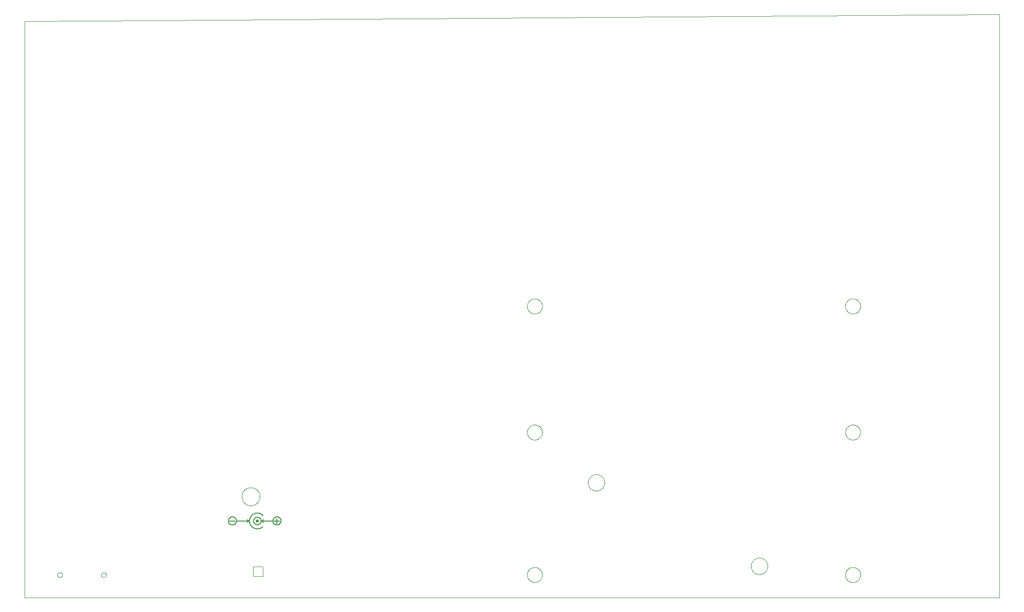
<source format=gbo>
G75*
%MOIN*%
%OFA0B0*%
%FSLAX25Y25*%
%IPPOS*%
%LPD*%
%AMOC8*
5,1,8,0,0,1.08239X$1,22.5*
%
%ADD10C,0.00000*%
%ADD11C,0.00500*%
%ADD12C,0.00100*%
D10*
X0001000Y0008593D02*
X0001000Y0422293D01*
X0700921Y0427293D01*
X0700921Y0008593D01*
X0001000Y0008593D01*
X0024740Y0024754D02*
X0024742Y0024838D01*
X0024748Y0024921D01*
X0024758Y0025004D01*
X0024772Y0025087D01*
X0024789Y0025169D01*
X0024811Y0025250D01*
X0024836Y0025329D01*
X0024865Y0025408D01*
X0024898Y0025485D01*
X0024934Y0025560D01*
X0024974Y0025634D01*
X0025017Y0025706D01*
X0025064Y0025775D01*
X0025114Y0025842D01*
X0025167Y0025907D01*
X0025223Y0025969D01*
X0025281Y0026029D01*
X0025343Y0026086D01*
X0025407Y0026139D01*
X0025474Y0026190D01*
X0025543Y0026237D01*
X0025614Y0026282D01*
X0025687Y0026322D01*
X0025762Y0026359D01*
X0025839Y0026393D01*
X0025917Y0026423D01*
X0025996Y0026449D01*
X0026077Y0026472D01*
X0026159Y0026490D01*
X0026241Y0026505D01*
X0026324Y0026516D01*
X0026407Y0026523D01*
X0026491Y0026526D01*
X0026575Y0026525D01*
X0026658Y0026520D01*
X0026742Y0026511D01*
X0026824Y0026498D01*
X0026906Y0026482D01*
X0026987Y0026461D01*
X0027068Y0026437D01*
X0027146Y0026409D01*
X0027224Y0026377D01*
X0027300Y0026341D01*
X0027374Y0026302D01*
X0027446Y0026260D01*
X0027516Y0026214D01*
X0027584Y0026165D01*
X0027649Y0026113D01*
X0027712Y0026058D01*
X0027772Y0026000D01*
X0027830Y0025939D01*
X0027884Y0025875D01*
X0027936Y0025809D01*
X0027984Y0025741D01*
X0028029Y0025670D01*
X0028070Y0025597D01*
X0028109Y0025523D01*
X0028143Y0025447D01*
X0028174Y0025369D01*
X0028201Y0025290D01*
X0028225Y0025209D01*
X0028244Y0025128D01*
X0028260Y0025046D01*
X0028272Y0024963D01*
X0028280Y0024879D01*
X0028284Y0024796D01*
X0028284Y0024712D01*
X0028280Y0024629D01*
X0028272Y0024545D01*
X0028260Y0024462D01*
X0028244Y0024380D01*
X0028225Y0024299D01*
X0028201Y0024218D01*
X0028174Y0024139D01*
X0028143Y0024061D01*
X0028109Y0023985D01*
X0028070Y0023911D01*
X0028029Y0023838D01*
X0027984Y0023767D01*
X0027936Y0023699D01*
X0027884Y0023633D01*
X0027830Y0023569D01*
X0027772Y0023508D01*
X0027712Y0023450D01*
X0027649Y0023395D01*
X0027584Y0023343D01*
X0027516Y0023294D01*
X0027446Y0023248D01*
X0027374Y0023206D01*
X0027300Y0023167D01*
X0027224Y0023131D01*
X0027146Y0023099D01*
X0027068Y0023071D01*
X0026987Y0023047D01*
X0026906Y0023026D01*
X0026824Y0023010D01*
X0026742Y0022997D01*
X0026658Y0022988D01*
X0026575Y0022983D01*
X0026491Y0022982D01*
X0026407Y0022985D01*
X0026324Y0022992D01*
X0026241Y0023003D01*
X0026159Y0023018D01*
X0026077Y0023036D01*
X0025996Y0023059D01*
X0025917Y0023085D01*
X0025839Y0023115D01*
X0025762Y0023149D01*
X0025687Y0023186D01*
X0025614Y0023226D01*
X0025543Y0023271D01*
X0025474Y0023318D01*
X0025407Y0023369D01*
X0025343Y0023422D01*
X0025281Y0023479D01*
X0025223Y0023539D01*
X0025167Y0023601D01*
X0025114Y0023666D01*
X0025064Y0023733D01*
X0025017Y0023802D01*
X0024974Y0023874D01*
X0024934Y0023948D01*
X0024898Y0024023D01*
X0024865Y0024100D01*
X0024836Y0024179D01*
X0024811Y0024258D01*
X0024789Y0024339D01*
X0024772Y0024421D01*
X0024758Y0024504D01*
X0024748Y0024587D01*
X0024742Y0024670D01*
X0024740Y0024754D01*
X0056236Y0024754D02*
X0056238Y0024838D01*
X0056244Y0024921D01*
X0056254Y0025004D01*
X0056268Y0025087D01*
X0056285Y0025169D01*
X0056307Y0025250D01*
X0056332Y0025329D01*
X0056361Y0025408D01*
X0056394Y0025485D01*
X0056430Y0025560D01*
X0056470Y0025634D01*
X0056513Y0025706D01*
X0056560Y0025775D01*
X0056610Y0025842D01*
X0056663Y0025907D01*
X0056719Y0025969D01*
X0056777Y0026029D01*
X0056839Y0026086D01*
X0056903Y0026139D01*
X0056970Y0026190D01*
X0057039Y0026237D01*
X0057110Y0026282D01*
X0057183Y0026322D01*
X0057258Y0026359D01*
X0057335Y0026393D01*
X0057413Y0026423D01*
X0057492Y0026449D01*
X0057573Y0026472D01*
X0057655Y0026490D01*
X0057737Y0026505D01*
X0057820Y0026516D01*
X0057903Y0026523D01*
X0057987Y0026526D01*
X0058071Y0026525D01*
X0058154Y0026520D01*
X0058238Y0026511D01*
X0058320Y0026498D01*
X0058402Y0026482D01*
X0058483Y0026461D01*
X0058564Y0026437D01*
X0058642Y0026409D01*
X0058720Y0026377D01*
X0058796Y0026341D01*
X0058870Y0026302D01*
X0058942Y0026260D01*
X0059012Y0026214D01*
X0059080Y0026165D01*
X0059145Y0026113D01*
X0059208Y0026058D01*
X0059268Y0026000D01*
X0059326Y0025939D01*
X0059380Y0025875D01*
X0059432Y0025809D01*
X0059480Y0025741D01*
X0059525Y0025670D01*
X0059566Y0025597D01*
X0059605Y0025523D01*
X0059639Y0025447D01*
X0059670Y0025369D01*
X0059697Y0025290D01*
X0059721Y0025209D01*
X0059740Y0025128D01*
X0059756Y0025046D01*
X0059768Y0024963D01*
X0059776Y0024879D01*
X0059780Y0024796D01*
X0059780Y0024712D01*
X0059776Y0024629D01*
X0059768Y0024545D01*
X0059756Y0024462D01*
X0059740Y0024380D01*
X0059721Y0024299D01*
X0059697Y0024218D01*
X0059670Y0024139D01*
X0059639Y0024061D01*
X0059605Y0023985D01*
X0059566Y0023911D01*
X0059525Y0023838D01*
X0059480Y0023767D01*
X0059432Y0023699D01*
X0059380Y0023633D01*
X0059326Y0023569D01*
X0059268Y0023508D01*
X0059208Y0023450D01*
X0059145Y0023395D01*
X0059080Y0023343D01*
X0059012Y0023294D01*
X0058942Y0023248D01*
X0058870Y0023206D01*
X0058796Y0023167D01*
X0058720Y0023131D01*
X0058642Y0023099D01*
X0058564Y0023071D01*
X0058483Y0023047D01*
X0058402Y0023026D01*
X0058320Y0023010D01*
X0058238Y0022997D01*
X0058154Y0022988D01*
X0058071Y0022983D01*
X0057987Y0022982D01*
X0057903Y0022985D01*
X0057820Y0022992D01*
X0057737Y0023003D01*
X0057655Y0023018D01*
X0057573Y0023036D01*
X0057492Y0023059D01*
X0057413Y0023085D01*
X0057335Y0023115D01*
X0057258Y0023149D01*
X0057183Y0023186D01*
X0057110Y0023226D01*
X0057039Y0023271D01*
X0056970Y0023318D01*
X0056903Y0023369D01*
X0056839Y0023422D01*
X0056777Y0023479D01*
X0056719Y0023539D01*
X0056663Y0023601D01*
X0056610Y0023666D01*
X0056560Y0023733D01*
X0056513Y0023802D01*
X0056470Y0023874D01*
X0056430Y0023948D01*
X0056394Y0024023D01*
X0056361Y0024100D01*
X0056332Y0024179D01*
X0056307Y0024258D01*
X0056285Y0024339D01*
X0056268Y0024421D01*
X0056254Y0024504D01*
X0056244Y0024587D01*
X0056238Y0024670D01*
X0056236Y0024754D01*
X0157000Y0081093D02*
X0157002Y0081254D01*
X0157008Y0081414D01*
X0157018Y0081575D01*
X0157032Y0081735D01*
X0157050Y0081895D01*
X0157071Y0082054D01*
X0157097Y0082213D01*
X0157127Y0082371D01*
X0157160Y0082528D01*
X0157198Y0082685D01*
X0157239Y0082840D01*
X0157284Y0082994D01*
X0157333Y0083147D01*
X0157386Y0083299D01*
X0157442Y0083450D01*
X0157503Y0083599D01*
X0157566Y0083747D01*
X0157634Y0083893D01*
X0157705Y0084037D01*
X0157779Y0084179D01*
X0157857Y0084320D01*
X0157939Y0084458D01*
X0158024Y0084595D01*
X0158112Y0084729D01*
X0158204Y0084861D01*
X0158299Y0084991D01*
X0158397Y0085119D01*
X0158498Y0085244D01*
X0158602Y0085366D01*
X0158709Y0085486D01*
X0158819Y0085603D01*
X0158932Y0085718D01*
X0159048Y0085829D01*
X0159167Y0085938D01*
X0159288Y0086043D01*
X0159412Y0086146D01*
X0159538Y0086246D01*
X0159666Y0086342D01*
X0159797Y0086435D01*
X0159931Y0086525D01*
X0160066Y0086612D01*
X0160204Y0086695D01*
X0160343Y0086775D01*
X0160485Y0086851D01*
X0160628Y0086924D01*
X0160773Y0086993D01*
X0160920Y0087059D01*
X0161068Y0087121D01*
X0161218Y0087179D01*
X0161369Y0087234D01*
X0161522Y0087285D01*
X0161676Y0087332D01*
X0161831Y0087375D01*
X0161987Y0087414D01*
X0162143Y0087450D01*
X0162301Y0087481D01*
X0162459Y0087509D01*
X0162618Y0087533D01*
X0162778Y0087553D01*
X0162938Y0087569D01*
X0163098Y0087581D01*
X0163259Y0087589D01*
X0163420Y0087593D01*
X0163580Y0087593D01*
X0163741Y0087589D01*
X0163902Y0087581D01*
X0164062Y0087569D01*
X0164222Y0087553D01*
X0164382Y0087533D01*
X0164541Y0087509D01*
X0164699Y0087481D01*
X0164857Y0087450D01*
X0165013Y0087414D01*
X0165169Y0087375D01*
X0165324Y0087332D01*
X0165478Y0087285D01*
X0165631Y0087234D01*
X0165782Y0087179D01*
X0165932Y0087121D01*
X0166080Y0087059D01*
X0166227Y0086993D01*
X0166372Y0086924D01*
X0166515Y0086851D01*
X0166657Y0086775D01*
X0166796Y0086695D01*
X0166934Y0086612D01*
X0167069Y0086525D01*
X0167203Y0086435D01*
X0167334Y0086342D01*
X0167462Y0086246D01*
X0167588Y0086146D01*
X0167712Y0086043D01*
X0167833Y0085938D01*
X0167952Y0085829D01*
X0168068Y0085718D01*
X0168181Y0085603D01*
X0168291Y0085486D01*
X0168398Y0085366D01*
X0168502Y0085244D01*
X0168603Y0085119D01*
X0168701Y0084991D01*
X0168796Y0084861D01*
X0168888Y0084729D01*
X0168976Y0084595D01*
X0169061Y0084458D01*
X0169143Y0084320D01*
X0169221Y0084179D01*
X0169295Y0084037D01*
X0169366Y0083893D01*
X0169434Y0083747D01*
X0169497Y0083599D01*
X0169558Y0083450D01*
X0169614Y0083299D01*
X0169667Y0083147D01*
X0169716Y0082994D01*
X0169761Y0082840D01*
X0169802Y0082685D01*
X0169840Y0082528D01*
X0169873Y0082371D01*
X0169903Y0082213D01*
X0169929Y0082054D01*
X0169950Y0081895D01*
X0169968Y0081735D01*
X0169982Y0081575D01*
X0169992Y0081414D01*
X0169998Y0081254D01*
X0170000Y0081093D01*
X0169998Y0080932D01*
X0169992Y0080772D01*
X0169982Y0080611D01*
X0169968Y0080451D01*
X0169950Y0080291D01*
X0169929Y0080132D01*
X0169903Y0079973D01*
X0169873Y0079815D01*
X0169840Y0079658D01*
X0169802Y0079501D01*
X0169761Y0079346D01*
X0169716Y0079192D01*
X0169667Y0079039D01*
X0169614Y0078887D01*
X0169558Y0078736D01*
X0169497Y0078587D01*
X0169434Y0078439D01*
X0169366Y0078293D01*
X0169295Y0078149D01*
X0169221Y0078007D01*
X0169143Y0077866D01*
X0169061Y0077728D01*
X0168976Y0077591D01*
X0168888Y0077457D01*
X0168796Y0077325D01*
X0168701Y0077195D01*
X0168603Y0077067D01*
X0168502Y0076942D01*
X0168398Y0076820D01*
X0168291Y0076700D01*
X0168181Y0076583D01*
X0168068Y0076468D01*
X0167952Y0076357D01*
X0167833Y0076248D01*
X0167712Y0076143D01*
X0167588Y0076040D01*
X0167462Y0075940D01*
X0167334Y0075844D01*
X0167203Y0075751D01*
X0167069Y0075661D01*
X0166934Y0075574D01*
X0166796Y0075491D01*
X0166657Y0075411D01*
X0166515Y0075335D01*
X0166372Y0075262D01*
X0166227Y0075193D01*
X0166080Y0075127D01*
X0165932Y0075065D01*
X0165782Y0075007D01*
X0165631Y0074952D01*
X0165478Y0074901D01*
X0165324Y0074854D01*
X0165169Y0074811D01*
X0165013Y0074772D01*
X0164857Y0074736D01*
X0164699Y0074705D01*
X0164541Y0074677D01*
X0164382Y0074653D01*
X0164222Y0074633D01*
X0164062Y0074617D01*
X0163902Y0074605D01*
X0163741Y0074597D01*
X0163580Y0074593D01*
X0163420Y0074593D01*
X0163259Y0074597D01*
X0163098Y0074605D01*
X0162938Y0074617D01*
X0162778Y0074633D01*
X0162618Y0074653D01*
X0162459Y0074677D01*
X0162301Y0074705D01*
X0162143Y0074736D01*
X0161987Y0074772D01*
X0161831Y0074811D01*
X0161676Y0074854D01*
X0161522Y0074901D01*
X0161369Y0074952D01*
X0161218Y0075007D01*
X0161068Y0075065D01*
X0160920Y0075127D01*
X0160773Y0075193D01*
X0160628Y0075262D01*
X0160485Y0075335D01*
X0160343Y0075411D01*
X0160204Y0075491D01*
X0160066Y0075574D01*
X0159931Y0075661D01*
X0159797Y0075751D01*
X0159666Y0075844D01*
X0159538Y0075940D01*
X0159412Y0076040D01*
X0159288Y0076143D01*
X0159167Y0076248D01*
X0159048Y0076357D01*
X0158932Y0076468D01*
X0158819Y0076583D01*
X0158709Y0076700D01*
X0158602Y0076820D01*
X0158498Y0076942D01*
X0158397Y0077067D01*
X0158299Y0077195D01*
X0158204Y0077325D01*
X0158112Y0077457D01*
X0158024Y0077591D01*
X0157939Y0077728D01*
X0157857Y0077866D01*
X0157779Y0078007D01*
X0157705Y0078149D01*
X0157634Y0078293D01*
X0157566Y0078439D01*
X0157503Y0078587D01*
X0157442Y0078736D01*
X0157386Y0078887D01*
X0157333Y0079039D01*
X0157284Y0079192D01*
X0157239Y0079346D01*
X0157198Y0079501D01*
X0157160Y0079658D01*
X0157127Y0079815D01*
X0157097Y0079973D01*
X0157071Y0080132D01*
X0157050Y0080291D01*
X0157032Y0080451D01*
X0157018Y0080611D01*
X0157008Y0080772D01*
X0157002Y0080932D01*
X0157000Y0081093D01*
X0361867Y0127234D02*
X0361869Y0127381D01*
X0361875Y0127527D01*
X0361885Y0127673D01*
X0361899Y0127819D01*
X0361917Y0127965D01*
X0361938Y0128110D01*
X0361964Y0128254D01*
X0361994Y0128398D01*
X0362027Y0128540D01*
X0362064Y0128682D01*
X0362105Y0128823D01*
X0362150Y0128962D01*
X0362199Y0129101D01*
X0362251Y0129238D01*
X0362308Y0129373D01*
X0362367Y0129507D01*
X0362431Y0129639D01*
X0362498Y0129769D01*
X0362568Y0129898D01*
X0362642Y0130025D01*
X0362719Y0130149D01*
X0362800Y0130272D01*
X0362884Y0130392D01*
X0362971Y0130510D01*
X0363061Y0130625D01*
X0363154Y0130738D01*
X0363251Y0130849D01*
X0363350Y0130957D01*
X0363452Y0131062D01*
X0363557Y0131164D01*
X0363665Y0131263D01*
X0363776Y0131360D01*
X0363889Y0131453D01*
X0364004Y0131543D01*
X0364122Y0131630D01*
X0364242Y0131714D01*
X0364365Y0131795D01*
X0364489Y0131872D01*
X0364616Y0131946D01*
X0364745Y0132016D01*
X0364875Y0132083D01*
X0365007Y0132147D01*
X0365141Y0132206D01*
X0365276Y0132263D01*
X0365413Y0132315D01*
X0365552Y0132364D01*
X0365691Y0132409D01*
X0365832Y0132450D01*
X0365974Y0132487D01*
X0366116Y0132520D01*
X0366260Y0132550D01*
X0366404Y0132576D01*
X0366549Y0132597D01*
X0366695Y0132615D01*
X0366841Y0132629D01*
X0366987Y0132639D01*
X0367133Y0132645D01*
X0367280Y0132647D01*
X0367427Y0132645D01*
X0367573Y0132639D01*
X0367719Y0132629D01*
X0367865Y0132615D01*
X0368011Y0132597D01*
X0368156Y0132576D01*
X0368300Y0132550D01*
X0368444Y0132520D01*
X0368586Y0132487D01*
X0368728Y0132450D01*
X0368869Y0132409D01*
X0369008Y0132364D01*
X0369147Y0132315D01*
X0369284Y0132263D01*
X0369419Y0132206D01*
X0369553Y0132147D01*
X0369685Y0132083D01*
X0369815Y0132016D01*
X0369944Y0131946D01*
X0370071Y0131872D01*
X0370195Y0131795D01*
X0370318Y0131714D01*
X0370438Y0131630D01*
X0370556Y0131543D01*
X0370671Y0131453D01*
X0370784Y0131360D01*
X0370895Y0131263D01*
X0371003Y0131164D01*
X0371108Y0131062D01*
X0371210Y0130957D01*
X0371309Y0130849D01*
X0371406Y0130738D01*
X0371499Y0130625D01*
X0371589Y0130510D01*
X0371676Y0130392D01*
X0371760Y0130272D01*
X0371841Y0130149D01*
X0371918Y0130025D01*
X0371992Y0129898D01*
X0372062Y0129769D01*
X0372129Y0129639D01*
X0372193Y0129507D01*
X0372252Y0129373D01*
X0372309Y0129238D01*
X0372361Y0129101D01*
X0372410Y0128962D01*
X0372455Y0128823D01*
X0372496Y0128682D01*
X0372533Y0128540D01*
X0372566Y0128398D01*
X0372596Y0128254D01*
X0372622Y0128110D01*
X0372643Y0127965D01*
X0372661Y0127819D01*
X0372675Y0127673D01*
X0372685Y0127527D01*
X0372691Y0127381D01*
X0372693Y0127234D01*
X0372691Y0127087D01*
X0372685Y0126941D01*
X0372675Y0126795D01*
X0372661Y0126649D01*
X0372643Y0126503D01*
X0372622Y0126358D01*
X0372596Y0126214D01*
X0372566Y0126070D01*
X0372533Y0125928D01*
X0372496Y0125786D01*
X0372455Y0125645D01*
X0372410Y0125506D01*
X0372361Y0125367D01*
X0372309Y0125230D01*
X0372252Y0125095D01*
X0372193Y0124961D01*
X0372129Y0124829D01*
X0372062Y0124699D01*
X0371992Y0124570D01*
X0371918Y0124443D01*
X0371841Y0124319D01*
X0371760Y0124196D01*
X0371676Y0124076D01*
X0371589Y0123958D01*
X0371499Y0123843D01*
X0371406Y0123730D01*
X0371309Y0123619D01*
X0371210Y0123511D01*
X0371108Y0123406D01*
X0371003Y0123304D01*
X0370895Y0123205D01*
X0370784Y0123108D01*
X0370671Y0123015D01*
X0370556Y0122925D01*
X0370438Y0122838D01*
X0370318Y0122754D01*
X0370195Y0122673D01*
X0370071Y0122596D01*
X0369944Y0122522D01*
X0369815Y0122452D01*
X0369685Y0122385D01*
X0369553Y0122321D01*
X0369419Y0122262D01*
X0369284Y0122205D01*
X0369147Y0122153D01*
X0369008Y0122104D01*
X0368869Y0122059D01*
X0368728Y0122018D01*
X0368586Y0121981D01*
X0368444Y0121948D01*
X0368300Y0121918D01*
X0368156Y0121892D01*
X0368011Y0121871D01*
X0367865Y0121853D01*
X0367719Y0121839D01*
X0367573Y0121829D01*
X0367427Y0121823D01*
X0367280Y0121821D01*
X0367133Y0121823D01*
X0366987Y0121829D01*
X0366841Y0121839D01*
X0366695Y0121853D01*
X0366549Y0121871D01*
X0366404Y0121892D01*
X0366260Y0121918D01*
X0366116Y0121948D01*
X0365974Y0121981D01*
X0365832Y0122018D01*
X0365691Y0122059D01*
X0365552Y0122104D01*
X0365413Y0122153D01*
X0365276Y0122205D01*
X0365141Y0122262D01*
X0365007Y0122321D01*
X0364875Y0122385D01*
X0364745Y0122452D01*
X0364616Y0122522D01*
X0364489Y0122596D01*
X0364365Y0122673D01*
X0364242Y0122754D01*
X0364122Y0122838D01*
X0364004Y0122925D01*
X0363889Y0123015D01*
X0363776Y0123108D01*
X0363665Y0123205D01*
X0363557Y0123304D01*
X0363452Y0123406D01*
X0363350Y0123511D01*
X0363251Y0123619D01*
X0363154Y0123730D01*
X0363061Y0123843D01*
X0362971Y0123958D01*
X0362884Y0124076D01*
X0362800Y0124196D01*
X0362719Y0124319D01*
X0362642Y0124443D01*
X0362568Y0124570D01*
X0362498Y0124699D01*
X0362431Y0124829D01*
X0362367Y0124961D01*
X0362308Y0125095D01*
X0362251Y0125230D01*
X0362199Y0125367D01*
X0362150Y0125506D01*
X0362105Y0125645D01*
X0362064Y0125786D01*
X0362027Y0125928D01*
X0361994Y0126070D01*
X0361964Y0126214D01*
X0361938Y0126358D01*
X0361917Y0126503D01*
X0361899Y0126649D01*
X0361885Y0126795D01*
X0361875Y0126941D01*
X0361869Y0127087D01*
X0361867Y0127234D01*
X0405594Y0091093D02*
X0405596Y0091246D01*
X0405602Y0091400D01*
X0405612Y0091553D01*
X0405626Y0091705D01*
X0405644Y0091858D01*
X0405666Y0092009D01*
X0405691Y0092160D01*
X0405721Y0092311D01*
X0405755Y0092461D01*
X0405792Y0092609D01*
X0405833Y0092757D01*
X0405878Y0092903D01*
X0405927Y0093049D01*
X0405980Y0093193D01*
X0406036Y0093335D01*
X0406096Y0093476D01*
X0406160Y0093616D01*
X0406227Y0093754D01*
X0406298Y0093890D01*
X0406373Y0094024D01*
X0406450Y0094156D01*
X0406532Y0094286D01*
X0406616Y0094414D01*
X0406704Y0094540D01*
X0406795Y0094663D01*
X0406889Y0094784D01*
X0406987Y0094902D01*
X0407087Y0095018D01*
X0407191Y0095131D01*
X0407297Y0095242D01*
X0407406Y0095350D01*
X0407518Y0095455D01*
X0407632Y0095556D01*
X0407750Y0095655D01*
X0407869Y0095751D01*
X0407991Y0095844D01*
X0408116Y0095933D01*
X0408243Y0096020D01*
X0408372Y0096102D01*
X0408503Y0096182D01*
X0408636Y0096258D01*
X0408771Y0096331D01*
X0408908Y0096400D01*
X0409047Y0096465D01*
X0409187Y0096527D01*
X0409329Y0096585D01*
X0409472Y0096640D01*
X0409617Y0096691D01*
X0409763Y0096738D01*
X0409910Y0096781D01*
X0410058Y0096820D01*
X0410207Y0096856D01*
X0410357Y0096887D01*
X0410508Y0096915D01*
X0410659Y0096939D01*
X0410812Y0096959D01*
X0410964Y0096975D01*
X0411117Y0096987D01*
X0411270Y0096995D01*
X0411423Y0096999D01*
X0411577Y0096999D01*
X0411730Y0096995D01*
X0411883Y0096987D01*
X0412036Y0096975D01*
X0412188Y0096959D01*
X0412341Y0096939D01*
X0412492Y0096915D01*
X0412643Y0096887D01*
X0412793Y0096856D01*
X0412942Y0096820D01*
X0413090Y0096781D01*
X0413237Y0096738D01*
X0413383Y0096691D01*
X0413528Y0096640D01*
X0413671Y0096585D01*
X0413813Y0096527D01*
X0413953Y0096465D01*
X0414092Y0096400D01*
X0414229Y0096331D01*
X0414364Y0096258D01*
X0414497Y0096182D01*
X0414628Y0096102D01*
X0414757Y0096020D01*
X0414884Y0095933D01*
X0415009Y0095844D01*
X0415131Y0095751D01*
X0415250Y0095655D01*
X0415368Y0095556D01*
X0415482Y0095455D01*
X0415594Y0095350D01*
X0415703Y0095242D01*
X0415809Y0095131D01*
X0415913Y0095018D01*
X0416013Y0094902D01*
X0416111Y0094784D01*
X0416205Y0094663D01*
X0416296Y0094540D01*
X0416384Y0094414D01*
X0416468Y0094286D01*
X0416550Y0094156D01*
X0416627Y0094024D01*
X0416702Y0093890D01*
X0416773Y0093754D01*
X0416840Y0093616D01*
X0416904Y0093476D01*
X0416964Y0093335D01*
X0417020Y0093193D01*
X0417073Y0093049D01*
X0417122Y0092903D01*
X0417167Y0092757D01*
X0417208Y0092609D01*
X0417245Y0092461D01*
X0417279Y0092311D01*
X0417309Y0092160D01*
X0417334Y0092009D01*
X0417356Y0091858D01*
X0417374Y0091705D01*
X0417388Y0091553D01*
X0417398Y0091400D01*
X0417404Y0091246D01*
X0417406Y0091093D01*
X0417404Y0090940D01*
X0417398Y0090786D01*
X0417388Y0090633D01*
X0417374Y0090481D01*
X0417356Y0090328D01*
X0417334Y0090177D01*
X0417309Y0090026D01*
X0417279Y0089875D01*
X0417245Y0089725D01*
X0417208Y0089577D01*
X0417167Y0089429D01*
X0417122Y0089283D01*
X0417073Y0089137D01*
X0417020Y0088993D01*
X0416964Y0088851D01*
X0416904Y0088710D01*
X0416840Y0088570D01*
X0416773Y0088432D01*
X0416702Y0088296D01*
X0416627Y0088162D01*
X0416550Y0088030D01*
X0416468Y0087900D01*
X0416384Y0087772D01*
X0416296Y0087646D01*
X0416205Y0087523D01*
X0416111Y0087402D01*
X0416013Y0087284D01*
X0415913Y0087168D01*
X0415809Y0087055D01*
X0415703Y0086944D01*
X0415594Y0086836D01*
X0415482Y0086731D01*
X0415368Y0086630D01*
X0415250Y0086531D01*
X0415131Y0086435D01*
X0415009Y0086342D01*
X0414884Y0086253D01*
X0414757Y0086166D01*
X0414628Y0086084D01*
X0414497Y0086004D01*
X0414364Y0085928D01*
X0414229Y0085855D01*
X0414092Y0085786D01*
X0413953Y0085721D01*
X0413813Y0085659D01*
X0413671Y0085601D01*
X0413528Y0085546D01*
X0413383Y0085495D01*
X0413237Y0085448D01*
X0413090Y0085405D01*
X0412942Y0085366D01*
X0412793Y0085330D01*
X0412643Y0085299D01*
X0412492Y0085271D01*
X0412341Y0085247D01*
X0412188Y0085227D01*
X0412036Y0085211D01*
X0411883Y0085199D01*
X0411730Y0085191D01*
X0411577Y0085187D01*
X0411423Y0085187D01*
X0411270Y0085191D01*
X0411117Y0085199D01*
X0410964Y0085211D01*
X0410812Y0085227D01*
X0410659Y0085247D01*
X0410508Y0085271D01*
X0410357Y0085299D01*
X0410207Y0085330D01*
X0410058Y0085366D01*
X0409910Y0085405D01*
X0409763Y0085448D01*
X0409617Y0085495D01*
X0409472Y0085546D01*
X0409329Y0085601D01*
X0409187Y0085659D01*
X0409047Y0085721D01*
X0408908Y0085786D01*
X0408771Y0085855D01*
X0408636Y0085928D01*
X0408503Y0086004D01*
X0408372Y0086084D01*
X0408243Y0086166D01*
X0408116Y0086253D01*
X0407991Y0086342D01*
X0407869Y0086435D01*
X0407750Y0086531D01*
X0407632Y0086630D01*
X0407518Y0086731D01*
X0407406Y0086836D01*
X0407297Y0086944D01*
X0407191Y0087055D01*
X0407087Y0087168D01*
X0406987Y0087284D01*
X0406889Y0087402D01*
X0406795Y0087523D01*
X0406704Y0087646D01*
X0406616Y0087772D01*
X0406532Y0087900D01*
X0406450Y0088030D01*
X0406373Y0088162D01*
X0406298Y0088296D01*
X0406227Y0088432D01*
X0406160Y0088570D01*
X0406096Y0088710D01*
X0406036Y0088851D01*
X0405980Y0088993D01*
X0405927Y0089137D01*
X0405878Y0089283D01*
X0405833Y0089429D01*
X0405792Y0089577D01*
X0405755Y0089725D01*
X0405721Y0089875D01*
X0405691Y0090026D01*
X0405666Y0090177D01*
X0405644Y0090328D01*
X0405626Y0090481D01*
X0405612Y0090633D01*
X0405602Y0090786D01*
X0405596Y0090940D01*
X0405594Y0091093D01*
X0361867Y0024872D02*
X0361869Y0025019D01*
X0361875Y0025165D01*
X0361885Y0025311D01*
X0361899Y0025457D01*
X0361917Y0025603D01*
X0361938Y0025748D01*
X0361964Y0025892D01*
X0361994Y0026036D01*
X0362027Y0026178D01*
X0362064Y0026320D01*
X0362105Y0026461D01*
X0362150Y0026600D01*
X0362199Y0026739D01*
X0362251Y0026876D01*
X0362308Y0027011D01*
X0362367Y0027145D01*
X0362431Y0027277D01*
X0362498Y0027407D01*
X0362568Y0027536D01*
X0362642Y0027663D01*
X0362719Y0027787D01*
X0362800Y0027910D01*
X0362884Y0028030D01*
X0362971Y0028148D01*
X0363061Y0028263D01*
X0363154Y0028376D01*
X0363251Y0028487D01*
X0363350Y0028595D01*
X0363452Y0028700D01*
X0363557Y0028802D01*
X0363665Y0028901D01*
X0363776Y0028998D01*
X0363889Y0029091D01*
X0364004Y0029181D01*
X0364122Y0029268D01*
X0364242Y0029352D01*
X0364365Y0029433D01*
X0364489Y0029510D01*
X0364616Y0029584D01*
X0364745Y0029654D01*
X0364875Y0029721D01*
X0365007Y0029785D01*
X0365141Y0029844D01*
X0365276Y0029901D01*
X0365413Y0029953D01*
X0365552Y0030002D01*
X0365691Y0030047D01*
X0365832Y0030088D01*
X0365974Y0030125D01*
X0366116Y0030158D01*
X0366260Y0030188D01*
X0366404Y0030214D01*
X0366549Y0030235D01*
X0366695Y0030253D01*
X0366841Y0030267D01*
X0366987Y0030277D01*
X0367133Y0030283D01*
X0367280Y0030285D01*
X0367427Y0030283D01*
X0367573Y0030277D01*
X0367719Y0030267D01*
X0367865Y0030253D01*
X0368011Y0030235D01*
X0368156Y0030214D01*
X0368300Y0030188D01*
X0368444Y0030158D01*
X0368586Y0030125D01*
X0368728Y0030088D01*
X0368869Y0030047D01*
X0369008Y0030002D01*
X0369147Y0029953D01*
X0369284Y0029901D01*
X0369419Y0029844D01*
X0369553Y0029785D01*
X0369685Y0029721D01*
X0369815Y0029654D01*
X0369944Y0029584D01*
X0370071Y0029510D01*
X0370195Y0029433D01*
X0370318Y0029352D01*
X0370438Y0029268D01*
X0370556Y0029181D01*
X0370671Y0029091D01*
X0370784Y0028998D01*
X0370895Y0028901D01*
X0371003Y0028802D01*
X0371108Y0028700D01*
X0371210Y0028595D01*
X0371309Y0028487D01*
X0371406Y0028376D01*
X0371499Y0028263D01*
X0371589Y0028148D01*
X0371676Y0028030D01*
X0371760Y0027910D01*
X0371841Y0027787D01*
X0371918Y0027663D01*
X0371992Y0027536D01*
X0372062Y0027407D01*
X0372129Y0027277D01*
X0372193Y0027145D01*
X0372252Y0027011D01*
X0372309Y0026876D01*
X0372361Y0026739D01*
X0372410Y0026600D01*
X0372455Y0026461D01*
X0372496Y0026320D01*
X0372533Y0026178D01*
X0372566Y0026036D01*
X0372596Y0025892D01*
X0372622Y0025748D01*
X0372643Y0025603D01*
X0372661Y0025457D01*
X0372675Y0025311D01*
X0372685Y0025165D01*
X0372691Y0025019D01*
X0372693Y0024872D01*
X0372691Y0024725D01*
X0372685Y0024579D01*
X0372675Y0024433D01*
X0372661Y0024287D01*
X0372643Y0024141D01*
X0372622Y0023996D01*
X0372596Y0023852D01*
X0372566Y0023708D01*
X0372533Y0023566D01*
X0372496Y0023424D01*
X0372455Y0023283D01*
X0372410Y0023144D01*
X0372361Y0023005D01*
X0372309Y0022868D01*
X0372252Y0022733D01*
X0372193Y0022599D01*
X0372129Y0022467D01*
X0372062Y0022337D01*
X0371992Y0022208D01*
X0371918Y0022081D01*
X0371841Y0021957D01*
X0371760Y0021834D01*
X0371676Y0021714D01*
X0371589Y0021596D01*
X0371499Y0021481D01*
X0371406Y0021368D01*
X0371309Y0021257D01*
X0371210Y0021149D01*
X0371108Y0021044D01*
X0371003Y0020942D01*
X0370895Y0020843D01*
X0370784Y0020746D01*
X0370671Y0020653D01*
X0370556Y0020563D01*
X0370438Y0020476D01*
X0370318Y0020392D01*
X0370195Y0020311D01*
X0370071Y0020234D01*
X0369944Y0020160D01*
X0369815Y0020090D01*
X0369685Y0020023D01*
X0369553Y0019959D01*
X0369419Y0019900D01*
X0369284Y0019843D01*
X0369147Y0019791D01*
X0369008Y0019742D01*
X0368869Y0019697D01*
X0368728Y0019656D01*
X0368586Y0019619D01*
X0368444Y0019586D01*
X0368300Y0019556D01*
X0368156Y0019530D01*
X0368011Y0019509D01*
X0367865Y0019491D01*
X0367719Y0019477D01*
X0367573Y0019467D01*
X0367427Y0019461D01*
X0367280Y0019459D01*
X0367133Y0019461D01*
X0366987Y0019467D01*
X0366841Y0019477D01*
X0366695Y0019491D01*
X0366549Y0019509D01*
X0366404Y0019530D01*
X0366260Y0019556D01*
X0366116Y0019586D01*
X0365974Y0019619D01*
X0365832Y0019656D01*
X0365691Y0019697D01*
X0365552Y0019742D01*
X0365413Y0019791D01*
X0365276Y0019843D01*
X0365141Y0019900D01*
X0365007Y0019959D01*
X0364875Y0020023D01*
X0364745Y0020090D01*
X0364616Y0020160D01*
X0364489Y0020234D01*
X0364365Y0020311D01*
X0364242Y0020392D01*
X0364122Y0020476D01*
X0364004Y0020563D01*
X0363889Y0020653D01*
X0363776Y0020746D01*
X0363665Y0020843D01*
X0363557Y0020942D01*
X0363452Y0021044D01*
X0363350Y0021149D01*
X0363251Y0021257D01*
X0363154Y0021368D01*
X0363061Y0021481D01*
X0362971Y0021596D01*
X0362884Y0021714D01*
X0362800Y0021834D01*
X0362719Y0021957D01*
X0362642Y0022081D01*
X0362568Y0022208D01*
X0362498Y0022337D01*
X0362431Y0022467D01*
X0362367Y0022599D01*
X0362308Y0022733D01*
X0362251Y0022868D01*
X0362199Y0023005D01*
X0362150Y0023144D01*
X0362105Y0023283D01*
X0362064Y0023424D01*
X0362027Y0023566D01*
X0361994Y0023708D01*
X0361964Y0023852D01*
X0361938Y0023996D01*
X0361917Y0024141D01*
X0361899Y0024287D01*
X0361885Y0024433D01*
X0361875Y0024579D01*
X0361869Y0024725D01*
X0361867Y0024872D01*
X0522594Y0031093D02*
X0522596Y0031246D01*
X0522602Y0031400D01*
X0522612Y0031553D01*
X0522626Y0031705D01*
X0522644Y0031858D01*
X0522666Y0032009D01*
X0522691Y0032160D01*
X0522721Y0032311D01*
X0522755Y0032461D01*
X0522792Y0032609D01*
X0522833Y0032757D01*
X0522878Y0032903D01*
X0522927Y0033049D01*
X0522980Y0033193D01*
X0523036Y0033335D01*
X0523096Y0033476D01*
X0523160Y0033616D01*
X0523227Y0033754D01*
X0523298Y0033890D01*
X0523373Y0034024D01*
X0523450Y0034156D01*
X0523532Y0034286D01*
X0523616Y0034414D01*
X0523704Y0034540D01*
X0523795Y0034663D01*
X0523889Y0034784D01*
X0523987Y0034902D01*
X0524087Y0035018D01*
X0524191Y0035131D01*
X0524297Y0035242D01*
X0524406Y0035350D01*
X0524518Y0035455D01*
X0524632Y0035556D01*
X0524750Y0035655D01*
X0524869Y0035751D01*
X0524991Y0035844D01*
X0525116Y0035933D01*
X0525243Y0036020D01*
X0525372Y0036102D01*
X0525503Y0036182D01*
X0525636Y0036258D01*
X0525771Y0036331D01*
X0525908Y0036400D01*
X0526047Y0036465D01*
X0526187Y0036527D01*
X0526329Y0036585D01*
X0526472Y0036640D01*
X0526617Y0036691D01*
X0526763Y0036738D01*
X0526910Y0036781D01*
X0527058Y0036820D01*
X0527207Y0036856D01*
X0527357Y0036887D01*
X0527508Y0036915D01*
X0527659Y0036939D01*
X0527812Y0036959D01*
X0527964Y0036975D01*
X0528117Y0036987D01*
X0528270Y0036995D01*
X0528423Y0036999D01*
X0528577Y0036999D01*
X0528730Y0036995D01*
X0528883Y0036987D01*
X0529036Y0036975D01*
X0529188Y0036959D01*
X0529341Y0036939D01*
X0529492Y0036915D01*
X0529643Y0036887D01*
X0529793Y0036856D01*
X0529942Y0036820D01*
X0530090Y0036781D01*
X0530237Y0036738D01*
X0530383Y0036691D01*
X0530528Y0036640D01*
X0530671Y0036585D01*
X0530813Y0036527D01*
X0530953Y0036465D01*
X0531092Y0036400D01*
X0531229Y0036331D01*
X0531364Y0036258D01*
X0531497Y0036182D01*
X0531628Y0036102D01*
X0531757Y0036020D01*
X0531884Y0035933D01*
X0532009Y0035844D01*
X0532131Y0035751D01*
X0532250Y0035655D01*
X0532368Y0035556D01*
X0532482Y0035455D01*
X0532594Y0035350D01*
X0532703Y0035242D01*
X0532809Y0035131D01*
X0532913Y0035018D01*
X0533013Y0034902D01*
X0533111Y0034784D01*
X0533205Y0034663D01*
X0533296Y0034540D01*
X0533384Y0034414D01*
X0533468Y0034286D01*
X0533550Y0034156D01*
X0533627Y0034024D01*
X0533702Y0033890D01*
X0533773Y0033754D01*
X0533840Y0033616D01*
X0533904Y0033476D01*
X0533964Y0033335D01*
X0534020Y0033193D01*
X0534073Y0033049D01*
X0534122Y0032903D01*
X0534167Y0032757D01*
X0534208Y0032609D01*
X0534245Y0032461D01*
X0534279Y0032311D01*
X0534309Y0032160D01*
X0534334Y0032009D01*
X0534356Y0031858D01*
X0534374Y0031705D01*
X0534388Y0031553D01*
X0534398Y0031400D01*
X0534404Y0031246D01*
X0534406Y0031093D01*
X0534404Y0030940D01*
X0534398Y0030786D01*
X0534388Y0030633D01*
X0534374Y0030481D01*
X0534356Y0030328D01*
X0534334Y0030177D01*
X0534309Y0030026D01*
X0534279Y0029875D01*
X0534245Y0029725D01*
X0534208Y0029577D01*
X0534167Y0029429D01*
X0534122Y0029283D01*
X0534073Y0029137D01*
X0534020Y0028993D01*
X0533964Y0028851D01*
X0533904Y0028710D01*
X0533840Y0028570D01*
X0533773Y0028432D01*
X0533702Y0028296D01*
X0533627Y0028162D01*
X0533550Y0028030D01*
X0533468Y0027900D01*
X0533384Y0027772D01*
X0533296Y0027646D01*
X0533205Y0027523D01*
X0533111Y0027402D01*
X0533013Y0027284D01*
X0532913Y0027168D01*
X0532809Y0027055D01*
X0532703Y0026944D01*
X0532594Y0026836D01*
X0532482Y0026731D01*
X0532368Y0026630D01*
X0532250Y0026531D01*
X0532131Y0026435D01*
X0532009Y0026342D01*
X0531884Y0026253D01*
X0531757Y0026166D01*
X0531628Y0026084D01*
X0531497Y0026004D01*
X0531364Y0025928D01*
X0531229Y0025855D01*
X0531092Y0025786D01*
X0530953Y0025721D01*
X0530813Y0025659D01*
X0530671Y0025601D01*
X0530528Y0025546D01*
X0530383Y0025495D01*
X0530237Y0025448D01*
X0530090Y0025405D01*
X0529942Y0025366D01*
X0529793Y0025330D01*
X0529643Y0025299D01*
X0529492Y0025271D01*
X0529341Y0025247D01*
X0529188Y0025227D01*
X0529036Y0025211D01*
X0528883Y0025199D01*
X0528730Y0025191D01*
X0528577Y0025187D01*
X0528423Y0025187D01*
X0528270Y0025191D01*
X0528117Y0025199D01*
X0527964Y0025211D01*
X0527812Y0025227D01*
X0527659Y0025247D01*
X0527508Y0025271D01*
X0527357Y0025299D01*
X0527207Y0025330D01*
X0527058Y0025366D01*
X0526910Y0025405D01*
X0526763Y0025448D01*
X0526617Y0025495D01*
X0526472Y0025546D01*
X0526329Y0025601D01*
X0526187Y0025659D01*
X0526047Y0025721D01*
X0525908Y0025786D01*
X0525771Y0025855D01*
X0525636Y0025928D01*
X0525503Y0026004D01*
X0525372Y0026084D01*
X0525243Y0026166D01*
X0525116Y0026253D01*
X0524991Y0026342D01*
X0524869Y0026435D01*
X0524750Y0026531D01*
X0524632Y0026630D01*
X0524518Y0026731D01*
X0524406Y0026836D01*
X0524297Y0026944D01*
X0524191Y0027055D01*
X0524087Y0027168D01*
X0523987Y0027284D01*
X0523889Y0027402D01*
X0523795Y0027523D01*
X0523704Y0027646D01*
X0523616Y0027772D01*
X0523532Y0027900D01*
X0523450Y0028030D01*
X0523373Y0028162D01*
X0523298Y0028296D01*
X0523227Y0028432D01*
X0523160Y0028570D01*
X0523096Y0028710D01*
X0523036Y0028851D01*
X0522980Y0028993D01*
X0522927Y0029137D01*
X0522878Y0029283D01*
X0522833Y0029429D01*
X0522792Y0029577D01*
X0522755Y0029725D01*
X0522721Y0029875D01*
X0522691Y0030026D01*
X0522666Y0030177D01*
X0522644Y0030328D01*
X0522626Y0030481D01*
X0522612Y0030633D01*
X0522602Y0030786D01*
X0522596Y0030940D01*
X0522594Y0031093D01*
X0590213Y0024872D02*
X0590215Y0025019D01*
X0590221Y0025165D01*
X0590231Y0025311D01*
X0590245Y0025457D01*
X0590263Y0025603D01*
X0590284Y0025748D01*
X0590310Y0025892D01*
X0590340Y0026036D01*
X0590373Y0026178D01*
X0590410Y0026320D01*
X0590451Y0026461D01*
X0590496Y0026600D01*
X0590545Y0026739D01*
X0590597Y0026876D01*
X0590654Y0027011D01*
X0590713Y0027145D01*
X0590777Y0027277D01*
X0590844Y0027407D01*
X0590914Y0027536D01*
X0590988Y0027663D01*
X0591065Y0027787D01*
X0591146Y0027910D01*
X0591230Y0028030D01*
X0591317Y0028148D01*
X0591407Y0028263D01*
X0591500Y0028376D01*
X0591597Y0028487D01*
X0591696Y0028595D01*
X0591798Y0028700D01*
X0591903Y0028802D01*
X0592011Y0028901D01*
X0592122Y0028998D01*
X0592235Y0029091D01*
X0592350Y0029181D01*
X0592468Y0029268D01*
X0592588Y0029352D01*
X0592711Y0029433D01*
X0592835Y0029510D01*
X0592962Y0029584D01*
X0593091Y0029654D01*
X0593221Y0029721D01*
X0593353Y0029785D01*
X0593487Y0029844D01*
X0593622Y0029901D01*
X0593759Y0029953D01*
X0593898Y0030002D01*
X0594037Y0030047D01*
X0594178Y0030088D01*
X0594320Y0030125D01*
X0594462Y0030158D01*
X0594606Y0030188D01*
X0594750Y0030214D01*
X0594895Y0030235D01*
X0595041Y0030253D01*
X0595187Y0030267D01*
X0595333Y0030277D01*
X0595479Y0030283D01*
X0595626Y0030285D01*
X0595773Y0030283D01*
X0595919Y0030277D01*
X0596065Y0030267D01*
X0596211Y0030253D01*
X0596357Y0030235D01*
X0596502Y0030214D01*
X0596646Y0030188D01*
X0596790Y0030158D01*
X0596932Y0030125D01*
X0597074Y0030088D01*
X0597215Y0030047D01*
X0597354Y0030002D01*
X0597493Y0029953D01*
X0597630Y0029901D01*
X0597765Y0029844D01*
X0597899Y0029785D01*
X0598031Y0029721D01*
X0598161Y0029654D01*
X0598290Y0029584D01*
X0598417Y0029510D01*
X0598541Y0029433D01*
X0598664Y0029352D01*
X0598784Y0029268D01*
X0598902Y0029181D01*
X0599017Y0029091D01*
X0599130Y0028998D01*
X0599241Y0028901D01*
X0599349Y0028802D01*
X0599454Y0028700D01*
X0599556Y0028595D01*
X0599655Y0028487D01*
X0599752Y0028376D01*
X0599845Y0028263D01*
X0599935Y0028148D01*
X0600022Y0028030D01*
X0600106Y0027910D01*
X0600187Y0027787D01*
X0600264Y0027663D01*
X0600338Y0027536D01*
X0600408Y0027407D01*
X0600475Y0027277D01*
X0600539Y0027145D01*
X0600598Y0027011D01*
X0600655Y0026876D01*
X0600707Y0026739D01*
X0600756Y0026600D01*
X0600801Y0026461D01*
X0600842Y0026320D01*
X0600879Y0026178D01*
X0600912Y0026036D01*
X0600942Y0025892D01*
X0600968Y0025748D01*
X0600989Y0025603D01*
X0601007Y0025457D01*
X0601021Y0025311D01*
X0601031Y0025165D01*
X0601037Y0025019D01*
X0601039Y0024872D01*
X0601037Y0024725D01*
X0601031Y0024579D01*
X0601021Y0024433D01*
X0601007Y0024287D01*
X0600989Y0024141D01*
X0600968Y0023996D01*
X0600942Y0023852D01*
X0600912Y0023708D01*
X0600879Y0023566D01*
X0600842Y0023424D01*
X0600801Y0023283D01*
X0600756Y0023144D01*
X0600707Y0023005D01*
X0600655Y0022868D01*
X0600598Y0022733D01*
X0600539Y0022599D01*
X0600475Y0022467D01*
X0600408Y0022337D01*
X0600338Y0022208D01*
X0600264Y0022081D01*
X0600187Y0021957D01*
X0600106Y0021834D01*
X0600022Y0021714D01*
X0599935Y0021596D01*
X0599845Y0021481D01*
X0599752Y0021368D01*
X0599655Y0021257D01*
X0599556Y0021149D01*
X0599454Y0021044D01*
X0599349Y0020942D01*
X0599241Y0020843D01*
X0599130Y0020746D01*
X0599017Y0020653D01*
X0598902Y0020563D01*
X0598784Y0020476D01*
X0598664Y0020392D01*
X0598541Y0020311D01*
X0598417Y0020234D01*
X0598290Y0020160D01*
X0598161Y0020090D01*
X0598031Y0020023D01*
X0597899Y0019959D01*
X0597765Y0019900D01*
X0597630Y0019843D01*
X0597493Y0019791D01*
X0597354Y0019742D01*
X0597215Y0019697D01*
X0597074Y0019656D01*
X0596932Y0019619D01*
X0596790Y0019586D01*
X0596646Y0019556D01*
X0596502Y0019530D01*
X0596357Y0019509D01*
X0596211Y0019491D01*
X0596065Y0019477D01*
X0595919Y0019467D01*
X0595773Y0019461D01*
X0595626Y0019459D01*
X0595479Y0019461D01*
X0595333Y0019467D01*
X0595187Y0019477D01*
X0595041Y0019491D01*
X0594895Y0019509D01*
X0594750Y0019530D01*
X0594606Y0019556D01*
X0594462Y0019586D01*
X0594320Y0019619D01*
X0594178Y0019656D01*
X0594037Y0019697D01*
X0593898Y0019742D01*
X0593759Y0019791D01*
X0593622Y0019843D01*
X0593487Y0019900D01*
X0593353Y0019959D01*
X0593221Y0020023D01*
X0593091Y0020090D01*
X0592962Y0020160D01*
X0592835Y0020234D01*
X0592711Y0020311D01*
X0592588Y0020392D01*
X0592468Y0020476D01*
X0592350Y0020563D01*
X0592235Y0020653D01*
X0592122Y0020746D01*
X0592011Y0020843D01*
X0591903Y0020942D01*
X0591798Y0021044D01*
X0591696Y0021149D01*
X0591597Y0021257D01*
X0591500Y0021368D01*
X0591407Y0021481D01*
X0591317Y0021596D01*
X0591230Y0021714D01*
X0591146Y0021834D01*
X0591065Y0021957D01*
X0590988Y0022081D01*
X0590914Y0022208D01*
X0590844Y0022337D01*
X0590777Y0022467D01*
X0590713Y0022599D01*
X0590654Y0022733D01*
X0590597Y0022868D01*
X0590545Y0023005D01*
X0590496Y0023144D01*
X0590451Y0023283D01*
X0590410Y0023424D01*
X0590373Y0023566D01*
X0590340Y0023708D01*
X0590310Y0023852D01*
X0590284Y0023996D01*
X0590263Y0024141D01*
X0590245Y0024287D01*
X0590231Y0024433D01*
X0590221Y0024579D01*
X0590215Y0024725D01*
X0590213Y0024872D01*
X0590213Y0127234D02*
X0590215Y0127381D01*
X0590221Y0127527D01*
X0590231Y0127673D01*
X0590245Y0127819D01*
X0590263Y0127965D01*
X0590284Y0128110D01*
X0590310Y0128254D01*
X0590340Y0128398D01*
X0590373Y0128540D01*
X0590410Y0128682D01*
X0590451Y0128823D01*
X0590496Y0128962D01*
X0590545Y0129101D01*
X0590597Y0129238D01*
X0590654Y0129373D01*
X0590713Y0129507D01*
X0590777Y0129639D01*
X0590844Y0129769D01*
X0590914Y0129898D01*
X0590988Y0130025D01*
X0591065Y0130149D01*
X0591146Y0130272D01*
X0591230Y0130392D01*
X0591317Y0130510D01*
X0591407Y0130625D01*
X0591500Y0130738D01*
X0591597Y0130849D01*
X0591696Y0130957D01*
X0591798Y0131062D01*
X0591903Y0131164D01*
X0592011Y0131263D01*
X0592122Y0131360D01*
X0592235Y0131453D01*
X0592350Y0131543D01*
X0592468Y0131630D01*
X0592588Y0131714D01*
X0592711Y0131795D01*
X0592835Y0131872D01*
X0592962Y0131946D01*
X0593091Y0132016D01*
X0593221Y0132083D01*
X0593353Y0132147D01*
X0593487Y0132206D01*
X0593622Y0132263D01*
X0593759Y0132315D01*
X0593898Y0132364D01*
X0594037Y0132409D01*
X0594178Y0132450D01*
X0594320Y0132487D01*
X0594462Y0132520D01*
X0594606Y0132550D01*
X0594750Y0132576D01*
X0594895Y0132597D01*
X0595041Y0132615D01*
X0595187Y0132629D01*
X0595333Y0132639D01*
X0595479Y0132645D01*
X0595626Y0132647D01*
X0595773Y0132645D01*
X0595919Y0132639D01*
X0596065Y0132629D01*
X0596211Y0132615D01*
X0596357Y0132597D01*
X0596502Y0132576D01*
X0596646Y0132550D01*
X0596790Y0132520D01*
X0596932Y0132487D01*
X0597074Y0132450D01*
X0597215Y0132409D01*
X0597354Y0132364D01*
X0597493Y0132315D01*
X0597630Y0132263D01*
X0597765Y0132206D01*
X0597899Y0132147D01*
X0598031Y0132083D01*
X0598161Y0132016D01*
X0598290Y0131946D01*
X0598417Y0131872D01*
X0598541Y0131795D01*
X0598664Y0131714D01*
X0598784Y0131630D01*
X0598902Y0131543D01*
X0599017Y0131453D01*
X0599130Y0131360D01*
X0599241Y0131263D01*
X0599349Y0131164D01*
X0599454Y0131062D01*
X0599556Y0130957D01*
X0599655Y0130849D01*
X0599752Y0130738D01*
X0599845Y0130625D01*
X0599935Y0130510D01*
X0600022Y0130392D01*
X0600106Y0130272D01*
X0600187Y0130149D01*
X0600264Y0130025D01*
X0600338Y0129898D01*
X0600408Y0129769D01*
X0600475Y0129639D01*
X0600539Y0129507D01*
X0600598Y0129373D01*
X0600655Y0129238D01*
X0600707Y0129101D01*
X0600756Y0128962D01*
X0600801Y0128823D01*
X0600842Y0128682D01*
X0600879Y0128540D01*
X0600912Y0128398D01*
X0600942Y0128254D01*
X0600968Y0128110D01*
X0600989Y0127965D01*
X0601007Y0127819D01*
X0601021Y0127673D01*
X0601031Y0127527D01*
X0601037Y0127381D01*
X0601039Y0127234D01*
X0601037Y0127087D01*
X0601031Y0126941D01*
X0601021Y0126795D01*
X0601007Y0126649D01*
X0600989Y0126503D01*
X0600968Y0126358D01*
X0600942Y0126214D01*
X0600912Y0126070D01*
X0600879Y0125928D01*
X0600842Y0125786D01*
X0600801Y0125645D01*
X0600756Y0125506D01*
X0600707Y0125367D01*
X0600655Y0125230D01*
X0600598Y0125095D01*
X0600539Y0124961D01*
X0600475Y0124829D01*
X0600408Y0124699D01*
X0600338Y0124570D01*
X0600264Y0124443D01*
X0600187Y0124319D01*
X0600106Y0124196D01*
X0600022Y0124076D01*
X0599935Y0123958D01*
X0599845Y0123843D01*
X0599752Y0123730D01*
X0599655Y0123619D01*
X0599556Y0123511D01*
X0599454Y0123406D01*
X0599349Y0123304D01*
X0599241Y0123205D01*
X0599130Y0123108D01*
X0599017Y0123015D01*
X0598902Y0122925D01*
X0598784Y0122838D01*
X0598664Y0122754D01*
X0598541Y0122673D01*
X0598417Y0122596D01*
X0598290Y0122522D01*
X0598161Y0122452D01*
X0598031Y0122385D01*
X0597899Y0122321D01*
X0597765Y0122262D01*
X0597630Y0122205D01*
X0597493Y0122153D01*
X0597354Y0122104D01*
X0597215Y0122059D01*
X0597074Y0122018D01*
X0596932Y0121981D01*
X0596790Y0121948D01*
X0596646Y0121918D01*
X0596502Y0121892D01*
X0596357Y0121871D01*
X0596211Y0121853D01*
X0596065Y0121839D01*
X0595919Y0121829D01*
X0595773Y0121823D01*
X0595626Y0121821D01*
X0595479Y0121823D01*
X0595333Y0121829D01*
X0595187Y0121839D01*
X0595041Y0121853D01*
X0594895Y0121871D01*
X0594750Y0121892D01*
X0594606Y0121918D01*
X0594462Y0121948D01*
X0594320Y0121981D01*
X0594178Y0122018D01*
X0594037Y0122059D01*
X0593898Y0122104D01*
X0593759Y0122153D01*
X0593622Y0122205D01*
X0593487Y0122262D01*
X0593353Y0122321D01*
X0593221Y0122385D01*
X0593091Y0122452D01*
X0592962Y0122522D01*
X0592835Y0122596D01*
X0592711Y0122673D01*
X0592588Y0122754D01*
X0592468Y0122838D01*
X0592350Y0122925D01*
X0592235Y0123015D01*
X0592122Y0123108D01*
X0592011Y0123205D01*
X0591903Y0123304D01*
X0591798Y0123406D01*
X0591696Y0123511D01*
X0591597Y0123619D01*
X0591500Y0123730D01*
X0591407Y0123843D01*
X0591317Y0123958D01*
X0591230Y0124076D01*
X0591146Y0124196D01*
X0591065Y0124319D01*
X0590988Y0124443D01*
X0590914Y0124570D01*
X0590844Y0124699D01*
X0590777Y0124829D01*
X0590713Y0124961D01*
X0590654Y0125095D01*
X0590597Y0125230D01*
X0590545Y0125367D01*
X0590496Y0125506D01*
X0590451Y0125645D01*
X0590410Y0125786D01*
X0590373Y0125928D01*
X0590340Y0126070D01*
X0590310Y0126214D01*
X0590284Y0126358D01*
X0590263Y0126503D01*
X0590245Y0126649D01*
X0590231Y0126795D01*
X0590221Y0126941D01*
X0590215Y0127087D01*
X0590213Y0127234D01*
X0590213Y0217785D02*
X0590215Y0217932D01*
X0590221Y0218078D01*
X0590231Y0218224D01*
X0590245Y0218370D01*
X0590263Y0218516D01*
X0590284Y0218661D01*
X0590310Y0218805D01*
X0590340Y0218949D01*
X0590373Y0219091D01*
X0590410Y0219233D01*
X0590451Y0219374D01*
X0590496Y0219513D01*
X0590545Y0219652D01*
X0590597Y0219789D01*
X0590654Y0219924D01*
X0590713Y0220058D01*
X0590777Y0220190D01*
X0590844Y0220320D01*
X0590914Y0220449D01*
X0590988Y0220576D01*
X0591065Y0220700D01*
X0591146Y0220823D01*
X0591230Y0220943D01*
X0591317Y0221061D01*
X0591407Y0221176D01*
X0591500Y0221289D01*
X0591597Y0221400D01*
X0591696Y0221508D01*
X0591798Y0221613D01*
X0591903Y0221715D01*
X0592011Y0221814D01*
X0592122Y0221911D01*
X0592235Y0222004D01*
X0592350Y0222094D01*
X0592468Y0222181D01*
X0592588Y0222265D01*
X0592711Y0222346D01*
X0592835Y0222423D01*
X0592962Y0222497D01*
X0593091Y0222567D01*
X0593221Y0222634D01*
X0593353Y0222698D01*
X0593487Y0222757D01*
X0593622Y0222814D01*
X0593759Y0222866D01*
X0593898Y0222915D01*
X0594037Y0222960D01*
X0594178Y0223001D01*
X0594320Y0223038D01*
X0594462Y0223071D01*
X0594606Y0223101D01*
X0594750Y0223127D01*
X0594895Y0223148D01*
X0595041Y0223166D01*
X0595187Y0223180D01*
X0595333Y0223190D01*
X0595479Y0223196D01*
X0595626Y0223198D01*
X0595773Y0223196D01*
X0595919Y0223190D01*
X0596065Y0223180D01*
X0596211Y0223166D01*
X0596357Y0223148D01*
X0596502Y0223127D01*
X0596646Y0223101D01*
X0596790Y0223071D01*
X0596932Y0223038D01*
X0597074Y0223001D01*
X0597215Y0222960D01*
X0597354Y0222915D01*
X0597493Y0222866D01*
X0597630Y0222814D01*
X0597765Y0222757D01*
X0597899Y0222698D01*
X0598031Y0222634D01*
X0598161Y0222567D01*
X0598290Y0222497D01*
X0598417Y0222423D01*
X0598541Y0222346D01*
X0598664Y0222265D01*
X0598784Y0222181D01*
X0598902Y0222094D01*
X0599017Y0222004D01*
X0599130Y0221911D01*
X0599241Y0221814D01*
X0599349Y0221715D01*
X0599454Y0221613D01*
X0599556Y0221508D01*
X0599655Y0221400D01*
X0599752Y0221289D01*
X0599845Y0221176D01*
X0599935Y0221061D01*
X0600022Y0220943D01*
X0600106Y0220823D01*
X0600187Y0220700D01*
X0600264Y0220576D01*
X0600338Y0220449D01*
X0600408Y0220320D01*
X0600475Y0220190D01*
X0600539Y0220058D01*
X0600598Y0219924D01*
X0600655Y0219789D01*
X0600707Y0219652D01*
X0600756Y0219513D01*
X0600801Y0219374D01*
X0600842Y0219233D01*
X0600879Y0219091D01*
X0600912Y0218949D01*
X0600942Y0218805D01*
X0600968Y0218661D01*
X0600989Y0218516D01*
X0601007Y0218370D01*
X0601021Y0218224D01*
X0601031Y0218078D01*
X0601037Y0217932D01*
X0601039Y0217785D01*
X0601037Y0217638D01*
X0601031Y0217492D01*
X0601021Y0217346D01*
X0601007Y0217200D01*
X0600989Y0217054D01*
X0600968Y0216909D01*
X0600942Y0216765D01*
X0600912Y0216621D01*
X0600879Y0216479D01*
X0600842Y0216337D01*
X0600801Y0216196D01*
X0600756Y0216057D01*
X0600707Y0215918D01*
X0600655Y0215781D01*
X0600598Y0215646D01*
X0600539Y0215512D01*
X0600475Y0215380D01*
X0600408Y0215250D01*
X0600338Y0215121D01*
X0600264Y0214994D01*
X0600187Y0214870D01*
X0600106Y0214747D01*
X0600022Y0214627D01*
X0599935Y0214509D01*
X0599845Y0214394D01*
X0599752Y0214281D01*
X0599655Y0214170D01*
X0599556Y0214062D01*
X0599454Y0213957D01*
X0599349Y0213855D01*
X0599241Y0213756D01*
X0599130Y0213659D01*
X0599017Y0213566D01*
X0598902Y0213476D01*
X0598784Y0213389D01*
X0598664Y0213305D01*
X0598541Y0213224D01*
X0598417Y0213147D01*
X0598290Y0213073D01*
X0598161Y0213003D01*
X0598031Y0212936D01*
X0597899Y0212872D01*
X0597765Y0212813D01*
X0597630Y0212756D01*
X0597493Y0212704D01*
X0597354Y0212655D01*
X0597215Y0212610D01*
X0597074Y0212569D01*
X0596932Y0212532D01*
X0596790Y0212499D01*
X0596646Y0212469D01*
X0596502Y0212443D01*
X0596357Y0212422D01*
X0596211Y0212404D01*
X0596065Y0212390D01*
X0595919Y0212380D01*
X0595773Y0212374D01*
X0595626Y0212372D01*
X0595479Y0212374D01*
X0595333Y0212380D01*
X0595187Y0212390D01*
X0595041Y0212404D01*
X0594895Y0212422D01*
X0594750Y0212443D01*
X0594606Y0212469D01*
X0594462Y0212499D01*
X0594320Y0212532D01*
X0594178Y0212569D01*
X0594037Y0212610D01*
X0593898Y0212655D01*
X0593759Y0212704D01*
X0593622Y0212756D01*
X0593487Y0212813D01*
X0593353Y0212872D01*
X0593221Y0212936D01*
X0593091Y0213003D01*
X0592962Y0213073D01*
X0592835Y0213147D01*
X0592711Y0213224D01*
X0592588Y0213305D01*
X0592468Y0213389D01*
X0592350Y0213476D01*
X0592235Y0213566D01*
X0592122Y0213659D01*
X0592011Y0213756D01*
X0591903Y0213855D01*
X0591798Y0213957D01*
X0591696Y0214062D01*
X0591597Y0214170D01*
X0591500Y0214281D01*
X0591407Y0214394D01*
X0591317Y0214509D01*
X0591230Y0214627D01*
X0591146Y0214747D01*
X0591065Y0214870D01*
X0590988Y0214994D01*
X0590914Y0215121D01*
X0590844Y0215250D01*
X0590777Y0215380D01*
X0590713Y0215512D01*
X0590654Y0215646D01*
X0590597Y0215781D01*
X0590545Y0215918D01*
X0590496Y0216057D01*
X0590451Y0216196D01*
X0590410Y0216337D01*
X0590373Y0216479D01*
X0590340Y0216621D01*
X0590310Y0216765D01*
X0590284Y0216909D01*
X0590263Y0217054D01*
X0590245Y0217200D01*
X0590231Y0217346D01*
X0590221Y0217492D01*
X0590215Y0217638D01*
X0590213Y0217785D01*
X0361867Y0217785D02*
X0361869Y0217932D01*
X0361875Y0218078D01*
X0361885Y0218224D01*
X0361899Y0218370D01*
X0361917Y0218516D01*
X0361938Y0218661D01*
X0361964Y0218805D01*
X0361994Y0218949D01*
X0362027Y0219091D01*
X0362064Y0219233D01*
X0362105Y0219374D01*
X0362150Y0219513D01*
X0362199Y0219652D01*
X0362251Y0219789D01*
X0362308Y0219924D01*
X0362367Y0220058D01*
X0362431Y0220190D01*
X0362498Y0220320D01*
X0362568Y0220449D01*
X0362642Y0220576D01*
X0362719Y0220700D01*
X0362800Y0220823D01*
X0362884Y0220943D01*
X0362971Y0221061D01*
X0363061Y0221176D01*
X0363154Y0221289D01*
X0363251Y0221400D01*
X0363350Y0221508D01*
X0363452Y0221613D01*
X0363557Y0221715D01*
X0363665Y0221814D01*
X0363776Y0221911D01*
X0363889Y0222004D01*
X0364004Y0222094D01*
X0364122Y0222181D01*
X0364242Y0222265D01*
X0364365Y0222346D01*
X0364489Y0222423D01*
X0364616Y0222497D01*
X0364745Y0222567D01*
X0364875Y0222634D01*
X0365007Y0222698D01*
X0365141Y0222757D01*
X0365276Y0222814D01*
X0365413Y0222866D01*
X0365552Y0222915D01*
X0365691Y0222960D01*
X0365832Y0223001D01*
X0365974Y0223038D01*
X0366116Y0223071D01*
X0366260Y0223101D01*
X0366404Y0223127D01*
X0366549Y0223148D01*
X0366695Y0223166D01*
X0366841Y0223180D01*
X0366987Y0223190D01*
X0367133Y0223196D01*
X0367280Y0223198D01*
X0367427Y0223196D01*
X0367573Y0223190D01*
X0367719Y0223180D01*
X0367865Y0223166D01*
X0368011Y0223148D01*
X0368156Y0223127D01*
X0368300Y0223101D01*
X0368444Y0223071D01*
X0368586Y0223038D01*
X0368728Y0223001D01*
X0368869Y0222960D01*
X0369008Y0222915D01*
X0369147Y0222866D01*
X0369284Y0222814D01*
X0369419Y0222757D01*
X0369553Y0222698D01*
X0369685Y0222634D01*
X0369815Y0222567D01*
X0369944Y0222497D01*
X0370071Y0222423D01*
X0370195Y0222346D01*
X0370318Y0222265D01*
X0370438Y0222181D01*
X0370556Y0222094D01*
X0370671Y0222004D01*
X0370784Y0221911D01*
X0370895Y0221814D01*
X0371003Y0221715D01*
X0371108Y0221613D01*
X0371210Y0221508D01*
X0371309Y0221400D01*
X0371406Y0221289D01*
X0371499Y0221176D01*
X0371589Y0221061D01*
X0371676Y0220943D01*
X0371760Y0220823D01*
X0371841Y0220700D01*
X0371918Y0220576D01*
X0371992Y0220449D01*
X0372062Y0220320D01*
X0372129Y0220190D01*
X0372193Y0220058D01*
X0372252Y0219924D01*
X0372309Y0219789D01*
X0372361Y0219652D01*
X0372410Y0219513D01*
X0372455Y0219374D01*
X0372496Y0219233D01*
X0372533Y0219091D01*
X0372566Y0218949D01*
X0372596Y0218805D01*
X0372622Y0218661D01*
X0372643Y0218516D01*
X0372661Y0218370D01*
X0372675Y0218224D01*
X0372685Y0218078D01*
X0372691Y0217932D01*
X0372693Y0217785D01*
X0372691Y0217638D01*
X0372685Y0217492D01*
X0372675Y0217346D01*
X0372661Y0217200D01*
X0372643Y0217054D01*
X0372622Y0216909D01*
X0372596Y0216765D01*
X0372566Y0216621D01*
X0372533Y0216479D01*
X0372496Y0216337D01*
X0372455Y0216196D01*
X0372410Y0216057D01*
X0372361Y0215918D01*
X0372309Y0215781D01*
X0372252Y0215646D01*
X0372193Y0215512D01*
X0372129Y0215380D01*
X0372062Y0215250D01*
X0371992Y0215121D01*
X0371918Y0214994D01*
X0371841Y0214870D01*
X0371760Y0214747D01*
X0371676Y0214627D01*
X0371589Y0214509D01*
X0371499Y0214394D01*
X0371406Y0214281D01*
X0371309Y0214170D01*
X0371210Y0214062D01*
X0371108Y0213957D01*
X0371003Y0213855D01*
X0370895Y0213756D01*
X0370784Y0213659D01*
X0370671Y0213566D01*
X0370556Y0213476D01*
X0370438Y0213389D01*
X0370318Y0213305D01*
X0370195Y0213224D01*
X0370071Y0213147D01*
X0369944Y0213073D01*
X0369815Y0213003D01*
X0369685Y0212936D01*
X0369553Y0212872D01*
X0369419Y0212813D01*
X0369284Y0212756D01*
X0369147Y0212704D01*
X0369008Y0212655D01*
X0368869Y0212610D01*
X0368728Y0212569D01*
X0368586Y0212532D01*
X0368444Y0212499D01*
X0368300Y0212469D01*
X0368156Y0212443D01*
X0368011Y0212422D01*
X0367865Y0212404D01*
X0367719Y0212390D01*
X0367573Y0212380D01*
X0367427Y0212374D01*
X0367280Y0212372D01*
X0367133Y0212374D01*
X0366987Y0212380D01*
X0366841Y0212390D01*
X0366695Y0212404D01*
X0366549Y0212422D01*
X0366404Y0212443D01*
X0366260Y0212469D01*
X0366116Y0212499D01*
X0365974Y0212532D01*
X0365832Y0212569D01*
X0365691Y0212610D01*
X0365552Y0212655D01*
X0365413Y0212704D01*
X0365276Y0212756D01*
X0365141Y0212813D01*
X0365007Y0212872D01*
X0364875Y0212936D01*
X0364745Y0213003D01*
X0364616Y0213073D01*
X0364489Y0213147D01*
X0364365Y0213224D01*
X0364242Y0213305D01*
X0364122Y0213389D01*
X0364004Y0213476D01*
X0363889Y0213566D01*
X0363776Y0213659D01*
X0363665Y0213756D01*
X0363557Y0213855D01*
X0363452Y0213957D01*
X0363350Y0214062D01*
X0363251Y0214170D01*
X0363154Y0214281D01*
X0363061Y0214394D01*
X0362971Y0214509D01*
X0362884Y0214627D01*
X0362800Y0214747D01*
X0362719Y0214870D01*
X0362642Y0214994D01*
X0362568Y0215121D01*
X0362498Y0215250D01*
X0362431Y0215380D01*
X0362367Y0215512D01*
X0362308Y0215646D01*
X0362251Y0215781D01*
X0362199Y0215918D01*
X0362150Y0216057D01*
X0362105Y0216196D01*
X0362064Y0216337D01*
X0362027Y0216479D01*
X0361994Y0216621D01*
X0361964Y0216765D01*
X0361938Y0216909D01*
X0361917Y0217054D01*
X0361899Y0217200D01*
X0361885Y0217346D01*
X0361875Y0217492D01*
X0361869Y0217638D01*
X0361867Y0217785D01*
D11*
X0182250Y0065593D02*
X0182250Y0061593D01*
X0179335Y0063593D02*
X0179337Y0063701D01*
X0179343Y0063808D01*
X0179353Y0063916D01*
X0179367Y0064022D01*
X0179385Y0064129D01*
X0179406Y0064234D01*
X0179432Y0064339D01*
X0179461Y0064442D01*
X0179495Y0064545D01*
X0179532Y0064646D01*
X0179573Y0064746D01*
X0179617Y0064844D01*
X0179665Y0064940D01*
X0179717Y0065035D01*
X0179772Y0065128D01*
X0179830Y0065218D01*
X0179892Y0065306D01*
X0179957Y0065392D01*
X0180025Y0065476D01*
X0180096Y0065557D01*
X0180170Y0065635D01*
X0180247Y0065711D01*
X0180326Y0065783D01*
X0180409Y0065853D01*
X0180493Y0065919D01*
X0180580Y0065983D01*
X0180670Y0066043D01*
X0180762Y0066099D01*
X0180855Y0066153D01*
X0180951Y0066202D01*
X0181048Y0066249D01*
X0181147Y0066291D01*
X0181247Y0066330D01*
X0181349Y0066365D01*
X0181452Y0066397D01*
X0181556Y0066424D01*
X0181662Y0066448D01*
X0181767Y0066468D01*
X0181874Y0066484D01*
X0181981Y0066496D01*
X0182088Y0066504D01*
X0182196Y0066508D01*
X0182304Y0066508D01*
X0182412Y0066504D01*
X0182519Y0066496D01*
X0182626Y0066484D01*
X0182733Y0066468D01*
X0182838Y0066448D01*
X0182944Y0066424D01*
X0183048Y0066397D01*
X0183151Y0066365D01*
X0183253Y0066330D01*
X0183353Y0066291D01*
X0183452Y0066249D01*
X0183549Y0066202D01*
X0183645Y0066153D01*
X0183738Y0066099D01*
X0183830Y0066043D01*
X0183920Y0065983D01*
X0184007Y0065919D01*
X0184091Y0065853D01*
X0184174Y0065783D01*
X0184253Y0065711D01*
X0184330Y0065635D01*
X0184404Y0065557D01*
X0184475Y0065476D01*
X0184543Y0065392D01*
X0184608Y0065306D01*
X0184670Y0065218D01*
X0184728Y0065128D01*
X0184783Y0065035D01*
X0184835Y0064940D01*
X0184883Y0064844D01*
X0184927Y0064746D01*
X0184968Y0064646D01*
X0185005Y0064545D01*
X0185039Y0064442D01*
X0185068Y0064339D01*
X0185094Y0064234D01*
X0185115Y0064129D01*
X0185133Y0064022D01*
X0185147Y0063916D01*
X0185157Y0063808D01*
X0185163Y0063701D01*
X0185165Y0063593D01*
X0185163Y0063485D01*
X0185157Y0063378D01*
X0185147Y0063270D01*
X0185133Y0063164D01*
X0185115Y0063057D01*
X0185094Y0062952D01*
X0185068Y0062847D01*
X0185039Y0062744D01*
X0185005Y0062641D01*
X0184968Y0062540D01*
X0184927Y0062440D01*
X0184883Y0062342D01*
X0184835Y0062246D01*
X0184783Y0062151D01*
X0184728Y0062058D01*
X0184670Y0061968D01*
X0184608Y0061880D01*
X0184543Y0061794D01*
X0184475Y0061710D01*
X0184404Y0061629D01*
X0184330Y0061551D01*
X0184253Y0061475D01*
X0184174Y0061403D01*
X0184091Y0061333D01*
X0184007Y0061267D01*
X0183920Y0061203D01*
X0183830Y0061143D01*
X0183738Y0061087D01*
X0183645Y0061033D01*
X0183549Y0060984D01*
X0183452Y0060937D01*
X0183353Y0060895D01*
X0183253Y0060856D01*
X0183151Y0060821D01*
X0183048Y0060789D01*
X0182944Y0060762D01*
X0182838Y0060738D01*
X0182733Y0060718D01*
X0182626Y0060702D01*
X0182519Y0060690D01*
X0182412Y0060682D01*
X0182304Y0060678D01*
X0182196Y0060678D01*
X0182088Y0060682D01*
X0181981Y0060690D01*
X0181874Y0060702D01*
X0181767Y0060718D01*
X0181662Y0060738D01*
X0181556Y0060762D01*
X0181452Y0060789D01*
X0181349Y0060821D01*
X0181247Y0060856D01*
X0181147Y0060895D01*
X0181048Y0060937D01*
X0180951Y0060984D01*
X0180855Y0061033D01*
X0180762Y0061087D01*
X0180670Y0061143D01*
X0180580Y0061203D01*
X0180493Y0061267D01*
X0180409Y0061333D01*
X0180326Y0061403D01*
X0180247Y0061475D01*
X0180170Y0061551D01*
X0180096Y0061629D01*
X0180025Y0061710D01*
X0179957Y0061794D01*
X0179892Y0061880D01*
X0179830Y0061968D01*
X0179772Y0062058D01*
X0179717Y0062151D01*
X0179665Y0062246D01*
X0179617Y0062342D01*
X0179573Y0062440D01*
X0179532Y0062540D01*
X0179495Y0062641D01*
X0179461Y0062744D01*
X0179432Y0062847D01*
X0179406Y0062952D01*
X0179385Y0063057D01*
X0179367Y0063164D01*
X0179353Y0063270D01*
X0179343Y0063378D01*
X0179337Y0063485D01*
X0179335Y0063593D01*
X0179250Y0063593D02*
X0171250Y0063593D01*
X0172750Y0062593D01*
X0171250Y0063593D02*
X0172750Y0064593D01*
X0168750Y0063593D02*
X0168250Y0064093D01*
X0167750Y0063593D01*
X0168250Y0063093D01*
X0168750Y0063593D01*
X0167750Y0063593D01*
X0167543Y0063593D02*
X0167545Y0063646D01*
X0167551Y0063698D01*
X0167561Y0063750D01*
X0167574Y0063801D01*
X0167592Y0063851D01*
X0167613Y0063900D01*
X0167638Y0063947D01*
X0167666Y0063991D01*
X0167697Y0064034D01*
X0167732Y0064074D01*
X0167769Y0064111D01*
X0167809Y0064146D01*
X0167852Y0064177D01*
X0167897Y0064205D01*
X0167943Y0064230D01*
X0167992Y0064251D01*
X0168042Y0064269D01*
X0168093Y0064282D01*
X0168145Y0064292D01*
X0168197Y0064298D01*
X0168250Y0064300D01*
X0168303Y0064298D01*
X0168355Y0064292D01*
X0168407Y0064282D01*
X0168458Y0064269D01*
X0168508Y0064251D01*
X0168557Y0064230D01*
X0168604Y0064205D01*
X0168648Y0064177D01*
X0168691Y0064146D01*
X0168731Y0064111D01*
X0168768Y0064074D01*
X0168803Y0064034D01*
X0168834Y0063991D01*
X0168862Y0063946D01*
X0168887Y0063900D01*
X0168908Y0063851D01*
X0168926Y0063801D01*
X0168939Y0063750D01*
X0168949Y0063698D01*
X0168955Y0063646D01*
X0168957Y0063593D01*
X0168955Y0063540D01*
X0168949Y0063488D01*
X0168939Y0063436D01*
X0168926Y0063385D01*
X0168908Y0063335D01*
X0168887Y0063286D01*
X0168862Y0063239D01*
X0168834Y0063195D01*
X0168803Y0063152D01*
X0168768Y0063112D01*
X0168731Y0063075D01*
X0168691Y0063040D01*
X0168648Y0063009D01*
X0168603Y0062981D01*
X0168557Y0062956D01*
X0168508Y0062935D01*
X0168458Y0062917D01*
X0168407Y0062904D01*
X0168355Y0062894D01*
X0168303Y0062888D01*
X0168250Y0062886D01*
X0168197Y0062888D01*
X0168145Y0062894D01*
X0168093Y0062904D01*
X0168042Y0062917D01*
X0167992Y0062935D01*
X0167943Y0062956D01*
X0167896Y0062981D01*
X0167852Y0063009D01*
X0167809Y0063040D01*
X0167769Y0063075D01*
X0167732Y0063112D01*
X0167697Y0063152D01*
X0167666Y0063195D01*
X0167638Y0063240D01*
X0167613Y0063286D01*
X0167592Y0063335D01*
X0167574Y0063385D01*
X0167561Y0063436D01*
X0167551Y0063488D01*
X0167545Y0063540D01*
X0167543Y0063593D01*
X0165557Y0063593D02*
X0165559Y0063696D01*
X0165565Y0063799D01*
X0165575Y0063902D01*
X0165589Y0064004D01*
X0165606Y0064106D01*
X0165628Y0064207D01*
X0165653Y0064307D01*
X0165683Y0064406D01*
X0165716Y0064503D01*
X0165752Y0064600D01*
X0165793Y0064695D01*
X0165837Y0064788D01*
X0165884Y0064879D01*
X0165935Y0064969D01*
X0165990Y0065057D01*
X0166047Y0065142D01*
X0166108Y0065226D01*
X0166172Y0065306D01*
X0166240Y0065385D01*
X0166310Y0065460D01*
X0166383Y0065533D01*
X0166458Y0065603D01*
X0166537Y0065671D01*
X0166617Y0065735D01*
X0166701Y0065796D01*
X0166786Y0065853D01*
X0166874Y0065908D01*
X0166964Y0065959D01*
X0167055Y0066006D01*
X0167148Y0066050D01*
X0167243Y0066091D01*
X0167340Y0066127D01*
X0167437Y0066160D01*
X0167536Y0066190D01*
X0167636Y0066215D01*
X0167737Y0066237D01*
X0167839Y0066254D01*
X0167941Y0066268D01*
X0168044Y0066278D01*
X0168147Y0066284D01*
X0168250Y0066286D01*
X0168353Y0066284D01*
X0168456Y0066278D01*
X0168559Y0066268D01*
X0168661Y0066254D01*
X0168763Y0066237D01*
X0168864Y0066215D01*
X0168964Y0066190D01*
X0169063Y0066160D01*
X0169160Y0066127D01*
X0169257Y0066091D01*
X0169352Y0066050D01*
X0169445Y0066006D01*
X0169536Y0065959D01*
X0169626Y0065908D01*
X0169714Y0065853D01*
X0169799Y0065796D01*
X0169883Y0065735D01*
X0169963Y0065671D01*
X0170042Y0065603D01*
X0170117Y0065533D01*
X0170190Y0065460D01*
X0170260Y0065385D01*
X0170328Y0065306D01*
X0170392Y0065226D01*
X0170453Y0065142D01*
X0170510Y0065057D01*
X0170565Y0064969D01*
X0170616Y0064879D01*
X0170663Y0064788D01*
X0170707Y0064695D01*
X0170748Y0064600D01*
X0170784Y0064503D01*
X0170817Y0064406D01*
X0170847Y0064307D01*
X0170872Y0064207D01*
X0170894Y0064106D01*
X0170911Y0064004D01*
X0170925Y0063902D01*
X0170935Y0063799D01*
X0170941Y0063696D01*
X0170943Y0063593D01*
X0170941Y0063490D01*
X0170935Y0063387D01*
X0170925Y0063284D01*
X0170911Y0063182D01*
X0170894Y0063080D01*
X0170872Y0062979D01*
X0170847Y0062879D01*
X0170817Y0062780D01*
X0170784Y0062683D01*
X0170748Y0062586D01*
X0170707Y0062491D01*
X0170663Y0062398D01*
X0170616Y0062307D01*
X0170565Y0062217D01*
X0170510Y0062129D01*
X0170453Y0062044D01*
X0170392Y0061960D01*
X0170328Y0061880D01*
X0170260Y0061801D01*
X0170190Y0061726D01*
X0170117Y0061653D01*
X0170042Y0061583D01*
X0169963Y0061515D01*
X0169883Y0061451D01*
X0169799Y0061390D01*
X0169714Y0061333D01*
X0169626Y0061278D01*
X0169536Y0061227D01*
X0169445Y0061180D01*
X0169352Y0061136D01*
X0169257Y0061095D01*
X0169160Y0061059D01*
X0169063Y0061026D01*
X0168964Y0060996D01*
X0168864Y0060971D01*
X0168763Y0060949D01*
X0168661Y0060932D01*
X0168559Y0060918D01*
X0168456Y0060908D01*
X0168353Y0060902D01*
X0168250Y0060900D01*
X0168147Y0060902D01*
X0168044Y0060908D01*
X0167941Y0060918D01*
X0167839Y0060932D01*
X0167737Y0060949D01*
X0167636Y0060971D01*
X0167536Y0060996D01*
X0167437Y0061026D01*
X0167340Y0061059D01*
X0167243Y0061095D01*
X0167148Y0061136D01*
X0167055Y0061180D01*
X0166964Y0061227D01*
X0166874Y0061278D01*
X0166786Y0061333D01*
X0166701Y0061390D01*
X0166617Y0061451D01*
X0166537Y0061515D01*
X0166458Y0061583D01*
X0166383Y0061653D01*
X0166310Y0061726D01*
X0166240Y0061801D01*
X0166172Y0061880D01*
X0166108Y0061960D01*
X0166047Y0062044D01*
X0165990Y0062129D01*
X0165935Y0062217D01*
X0165884Y0062307D01*
X0165837Y0062398D01*
X0165793Y0062491D01*
X0165752Y0062586D01*
X0165716Y0062683D01*
X0165683Y0062780D01*
X0165653Y0062879D01*
X0165628Y0062979D01*
X0165606Y0063080D01*
X0165589Y0063182D01*
X0165575Y0063284D01*
X0165565Y0063387D01*
X0165559Y0063490D01*
X0165557Y0063593D01*
X0167543Y0063593D02*
X0167545Y0063646D01*
X0167551Y0063698D01*
X0167561Y0063750D01*
X0167574Y0063801D01*
X0167592Y0063851D01*
X0167613Y0063900D01*
X0167638Y0063947D01*
X0167666Y0063991D01*
X0167697Y0064034D01*
X0167732Y0064074D01*
X0167769Y0064111D01*
X0167809Y0064146D01*
X0167852Y0064177D01*
X0167897Y0064205D01*
X0167943Y0064230D01*
X0167992Y0064251D01*
X0168042Y0064269D01*
X0168093Y0064282D01*
X0168145Y0064292D01*
X0168197Y0064298D01*
X0168250Y0064300D01*
X0168303Y0064298D01*
X0168355Y0064292D01*
X0168407Y0064282D01*
X0168458Y0064269D01*
X0168508Y0064251D01*
X0168557Y0064230D01*
X0168604Y0064205D01*
X0168648Y0064177D01*
X0168691Y0064146D01*
X0168731Y0064111D01*
X0168768Y0064074D01*
X0168803Y0064034D01*
X0168834Y0063991D01*
X0168862Y0063946D01*
X0168887Y0063900D01*
X0168908Y0063851D01*
X0168926Y0063801D01*
X0168939Y0063750D01*
X0168949Y0063698D01*
X0168955Y0063646D01*
X0168957Y0063593D01*
X0168955Y0063540D01*
X0168949Y0063488D01*
X0168939Y0063436D01*
X0168926Y0063385D01*
X0168908Y0063335D01*
X0168887Y0063286D01*
X0168862Y0063239D01*
X0168834Y0063195D01*
X0168803Y0063152D01*
X0168768Y0063112D01*
X0168731Y0063075D01*
X0168691Y0063040D01*
X0168648Y0063009D01*
X0168603Y0062981D01*
X0168557Y0062956D01*
X0168508Y0062935D01*
X0168458Y0062917D01*
X0168407Y0062904D01*
X0168355Y0062894D01*
X0168303Y0062888D01*
X0168250Y0062886D01*
X0168197Y0062888D01*
X0168145Y0062894D01*
X0168093Y0062904D01*
X0168042Y0062917D01*
X0167992Y0062935D01*
X0167943Y0062956D01*
X0167896Y0062981D01*
X0167852Y0063009D01*
X0167809Y0063040D01*
X0167769Y0063075D01*
X0167732Y0063112D01*
X0167697Y0063152D01*
X0167666Y0063195D01*
X0167638Y0063240D01*
X0167613Y0063286D01*
X0167592Y0063335D01*
X0167574Y0063385D01*
X0167561Y0063436D01*
X0167551Y0063488D01*
X0167545Y0063540D01*
X0167543Y0063593D01*
X0165557Y0063593D02*
X0165559Y0063696D01*
X0165565Y0063799D01*
X0165575Y0063902D01*
X0165589Y0064004D01*
X0165606Y0064106D01*
X0165628Y0064207D01*
X0165653Y0064307D01*
X0165683Y0064406D01*
X0165716Y0064503D01*
X0165752Y0064600D01*
X0165793Y0064695D01*
X0165837Y0064788D01*
X0165884Y0064879D01*
X0165935Y0064969D01*
X0165990Y0065057D01*
X0166047Y0065142D01*
X0166108Y0065226D01*
X0166172Y0065306D01*
X0166240Y0065385D01*
X0166310Y0065460D01*
X0166383Y0065533D01*
X0166458Y0065603D01*
X0166537Y0065671D01*
X0166617Y0065735D01*
X0166701Y0065796D01*
X0166786Y0065853D01*
X0166874Y0065908D01*
X0166964Y0065959D01*
X0167055Y0066006D01*
X0167148Y0066050D01*
X0167243Y0066091D01*
X0167340Y0066127D01*
X0167437Y0066160D01*
X0167536Y0066190D01*
X0167636Y0066215D01*
X0167737Y0066237D01*
X0167839Y0066254D01*
X0167941Y0066268D01*
X0168044Y0066278D01*
X0168147Y0066284D01*
X0168250Y0066286D01*
X0168353Y0066284D01*
X0168456Y0066278D01*
X0168559Y0066268D01*
X0168661Y0066254D01*
X0168763Y0066237D01*
X0168864Y0066215D01*
X0168964Y0066190D01*
X0169063Y0066160D01*
X0169160Y0066127D01*
X0169257Y0066091D01*
X0169352Y0066050D01*
X0169445Y0066006D01*
X0169536Y0065959D01*
X0169626Y0065908D01*
X0169714Y0065853D01*
X0169799Y0065796D01*
X0169883Y0065735D01*
X0169963Y0065671D01*
X0170042Y0065603D01*
X0170117Y0065533D01*
X0170190Y0065460D01*
X0170260Y0065385D01*
X0170328Y0065306D01*
X0170392Y0065226D01*
X0170453Y0065142D01*
X0170510Y0065057D01*
X0170565Y0064969D01*
X0170616Y0064879D01*
X0170663Y0064788D01*
X0170707Y0064695D01*
X0170748Y0064600D01*
X0170784Y0064503D01*
X0170817Y0064406D01*
X0170847Y0064307D01*
X0170872Y0064207D01*
X0170894Y0064106D01*
X0170911Y0064004D01*
X0170925Y0063902D01*
X0170935Y0063799D01*
X0170941Y0063696D01*
X0170943Y0063593D01*
X0170941Y0063490D01*
X0170935Y0063387D01*
X0170925Y0063284D01*
X0170911Y0063182D01*
X0170894Y0063080D01*
X0170872Y0062979D01*
X0170847Y0062879D01*
X0170817Y0062780D01*
X0170784Y0062683D01*
X0170748Y0062586D01*
X0170707Y0062491D01*
X0170663Y0062398D01*
X0170616Y0062307D01*
X0170565Y0062217D01*
X0170510Y0062129D01*
X0170453Y0062044D01*
X0170392Y0061960D01*
X0170328Y0061880D01*
X0170260Y0061801D01*
X0170190Y0061726D01*
X0170117Y0061653D01*
X0170042Y0061583D01*
X0169963Y0061515D01*
X0169883Y0061451D01*
X0169799Y0061390D01*
X0169714Y0061333D01*
X0169626Y0061278D01*
X0169536Y0061227D01*
X0169445Y0061180D01*
X0169352Y0061136D01*
X0169257Y0061095D01*
X0169160Y0061059D01*
X0169063Y0061026D01*
X0168964Y0060996D01*
X0168864Y0060971D01*
X0168763Y0060949D01*
X0168661Y0060932D01*
X0168559Y0060918D01*
X0168456Y0060908D01*
X0168353Y0060902D01*
X0168250Y0060900D01*
X0168147Y0060902D01*
X0168044Y0060908D01*
X0167941Y0060918D01*
X0167839Y0060932D01*
X0167737Y0060949D01*
X0167636Y0060971D01*
X0167536Y0060996D01*
X0167437Y0061026D01*
X0167340Y0061059D01*
X0167243Y0061095D01*
X0167148Y0061136D01*
X0167055Y0061180D01*
X0166964Y0061227D01*
X0166874Y0061278D01*
X0166786Y0061333D01*
X0166701Y0061390D01*
X0166617Y0061451D01*
X0166537Y0061515D01*
X0166458Y0061583D01*
X0166383Y0061653D01*
X0166310Y0061726D01*
X0166240Y0061801D01*
X0166172Y0061880D01*
X0166108Y0061960D01*
X0166047Y0062044D01*
X0165990Y0062129D01*
X0165935Y0062217D01*
X0165884Y0062307D01*
X0165837Y0062398D01*
X0165793Y0062491D01*
X0165752Y0062586D01*
X0165716Y0062683D01*
X0165683Y0062780D01*
X0165653Y0062879D01*
X0165628Y0062979D01*
X0165606Y0063080D01*
X0165589Y0063182D01*
X0165575Y0063284D01*
X0165565Y0063387D01*
X0165559Y0063490D01*
X0165557Y0063593D01*
X0172250Y0067593D02*
X0172143Y0067698D01*
X0172033Y0067799D01*
X0171920Y0067898D01*
X0171805Y0067994D01*
X0171687Y0068086D01*
X0171567Y0068175D01*
X0171445Y0068262D01*
X0171320Y0068345D01*
X0171193Y0068424D01*
X0171064Y0068500D01*
X0170933Y0068573D01*
X0170800Y0068642D01*
X0170666Y0068708D01*
X0170530Y0068770D01*
X0170392Y0068829D01*
X0170252Y0068884D01*
X0170112Y0068935D01*
X0169970Y0068982D01*
X0169826Y0069026D01*
X0169682Y0069066D01*
X0169537Y0069102D01*
X0169390Y0069134D01*
X0169243Y0069162D01*
X0169095Y0069186D01*
X0168947Y0069207D01*
X0168798Y0069223D01*
X0168649Y0069236D01*
X0168500Y0069244D01*
X0168350Y0069249D01*
X0168200Y0069250D01*
X0168050Y0069246D01*
X0167901Y0069239D01*
X0167751Y0069228D01*
X0167602Y0069213D01*
X0167454Y0069194D01*
X0167306Y0069171D01*
X0167159Y0069144D01*
X0167012Y0069113D01*
X0166866Y0069078D01*
X0166722Y0069040D01*
X0166578Y0068997D01*
X0166436Y0068951D01*
X0166294Y0068901D01*
X0166155Y0068848D01*
X0166016Y0068790D01*
X0165879Y0068729D01*
X0165744Y0068665D01*
X0165611Y0068597D01*
X0165479Y0068525D01*
X0165350Y0068450D01*
X0165222Y0068372D01*
X0165097Y0068290D01*
X0164974Y0068205D01*
X0164853Y0068116D01*
X0164734Y0068025D01*
X0164618Y0067930D01*
X0164504Y0067832D01*
X0164394Y0067732D01*
X0164285Y0067628D01*
X0164180Y0067522D01*
X0164077Y0067413D01*
X0163978Y0067301D01*
X0163881Y0067187D01*
X0163787Y0067070D01*
X0163697Y0066950D01*
X0163610Y0066829D01*
X0163526Y0066705D01*
X0163445Y0066579D01*
X0163368Y0066450D01*
X0163294Y0066320D01*
X0163223Y0066188D01*
X0163156Y0066054D01*
X0163093Y0065918D01*
X0163033Y0065781D01*
X0162977Y0065642D01*
X0162925Y0065502D01*
X0162876Y0065360D01*
X0162831Y0065217D01*
X0162790Y0065073D01*
X0162753Y0064928D01*
X0162719Y0064782D01*
X0162690Y0064635D01*
X0162664Y0064488D01*
X0162642Y0064340D01*
X0162625Y0064191D01*
X0162611Y0064042D01*
X0162601Y0063892D01*
X0162595Y0063743D01*
X0162593Y0063593D01*
X0162595Y0063443D01*
X0162601Y0063294D01*
X0162611Y0063144D01*
X0162625Y0062995D01*
X0162642Y0062846D01*
X0162664Y0062698D01*
X0162690Y0062551D01*
X0162719Y0062404D01*
X0162753Y0062258D01*
X0162790Y0062113D01*
X0162831Y0061969D01*
X0162876Y0061826D01*
X0162925Y0061684D01*
X0162977Y0061544D01*
X0163033Y0061405D01*
X0163093Y0061268D01*
X0163156Y0061132D01*
X0163223Y0060998D01*
X0163294Y0060866D01*
X0163368Y0060736D01*
X0163445Y0060607D01*
X0163526Y0060481D01*
X0163610Y0060357D01*
X0163697Y0060236D01*
X0163787Y0060116D01*
X0163881Y0059999D01*
X0163978Y0059885D01*
X0164077Y0059773D01*
X0164180Y0059664D01*
X0164285Y0059558D01*
X0164394Y0059454D01*
X0164504Y0059354D01*
X0164618Y0059256D01*
X0164734Y0059161D01*
X0164853Y0059070D01*
X0164974Y0058981D01*
X0165097Y0058896D01*
X0165222Y0058814D01*
X0165350Y0058736D01*
X0165479Y0058661D01*
X0165611Y0058589D01*
X0165744Y0058521D01*
X0165879Y0058457D01*
X0166016Y0058396D01*
X0166155Y0058338D01*
X0166294Y0058285D01*
X0166436Y0058235D01*
X0166578Y0058189D01*
X0166722Y0058146D01*
X0166866Y0058108D01*
X0167012Y0058073D01*
X0167159Y0058042D01*
X0167306Y0058015D01*
X0167454Y0057992D01*
X0167602Y0057973D01*
X0167751Y0057958D01*
X0167901Y0057947D01*
X0168050Y0057940D01*
X0168200Y0057936D01*
X0168350Y0057937D01*
X0168500Y0057942D01*
X0168649Y0057950D01*
X0168798Y0057963D01*
X0168947Y0057979D01*
X0169095Y0058000D01*
X0169243Y0058024D01*
X0169390Y0058052D01*
X0169537Y0058084D01*
X0169682Y0058120D01*
X0169826Y0058160D01*
X0169970Y0058204D01*
X0170112Y0058251D01*
X0170252Y0058302D01*
X0170392Y0058357D01*
X0170530Y0058416D01*
X0170666Y0058478D01*
X0170800Y0058544D01*
X0170933Y0058613D01*
X0171064Y0058686D01*
X0171193Y0058762D01*
X0171320Y0058841D01*
X0171445Y0058924D01*
X0171567Y0059011D01*
X0171687Y0059100D01*
X0171805Y0059192D01*
X0171920Y0059288D01*
X0172033Y0059387D01*
X0172143Y0059488D01*
X0172250Y0059593D01*
X0172143Y0059488D01*
X0172033Y0059387D01*
X0171920Y0059288D01*
X0171805Y0059192D01*
X0171687Y0059100D01*
X0171567Y0059011D01*
X0171445Y0058924D01*
X0171320Y0058841D01*
X0171193Y0058762D01*
X0171064Y0058686D01*
X0170933Y0058613D01*
X0170800Y0058544D01*
X0170666Y0058478D01*
X0170530Y0058416D01*
X0170392Y0058357D01*
X0170252Y0058302D01*
X0170112Y0058251D01*
X0169970Y0058204D01*
X0169826Y0058160D01*
X0169682Y0058120D01*
X0169537Y0058084D01*
X0169390Y0058052D01*
X0169243Y0058024D01*
X0169095Y0058000D01*
X0168947Y0057979D01*
X0168798Y0057963D01*
X0168649Y0057950D01*
X0168500Y0057942D01*
X0168350Y0057937D01*
X0168200Y0057936D01*
X0168050Y0057940D01*
X0167901Y0057947D01*
X0167751Y0057958D01*
X0167602Y0057973D01*
X0167454Y0057992D01*
X0167306Y0058015D01*
X0167159Y0058042D01*
X0167012Y0058073D01*
X0166866Y0058108D01*
X0166722Y0058146D01*
X0166578Y0058189D01*
X0166436Y0058235D01*
X0166294Y0058285D01*
X0166155Y0058338D01*
X0166016Y0058396D01*
X0165879Y0058457D01*
X0165744Y0058521D01*
X0165611Y0058589D01*
X0165479Y0058661D01*
X0165350Y0058736D01*
X0165222Y0058814D01*
X0165097Y0058896D01*
X0164974Y0058981D01*
X0164853Y0059070D01*
X0164734Y0059161D01*
X0164618Y0059256D01*
X0164504Y0059354D01*
X0164394Y0059454D01*
X0164285Y0059558D01*
X0164180Y0059664D01*
X0164077Y0059773D01*
X0163978Y0059885D01*
X0163881Y0059999D01*
X0163787Y0060116D01*
X0163697Y0060236D01*
X0163610Y0060357D01*
X0163526Y0060481D01*
X0163445Y0060607D01*
X0163368Y0060736D01*
X0163294Y0060866D01*
X0163223Y0060998D01*
X0163156Y0061132D01*
X0163093Y0061268D01*
X0163033Y0061405D01*
X0162977Y0061544D01*
X0162925Y0061684D01*
X0162876Y0061826D01*
X0162831Y0061969D01*
X0162790Y0062113D01*
X0162753Y0062258D01*
X0162719Y0062404D01*
X0162690Y0062551D01*
X0162664Y0062698D01*
X0162642Y0062846D01*
X0162625Y0062995D01*
X0162611Y0063144D01*
X0162601Y0063294D01*
X0162595Y0063443D01*
X0162593Y0063593D01*
X0162595Y0063743D01*
X0162601Y0063892D01*
X0162611Y0064042D01*
X0162625Y0064191D01*
X0162642Y0064340D01*
X0162664Y0064488D01*
X0162690Y0064635D01*
X0162719Y0064782D01*
X0162753Y0064928D01*
X0162790Y0065073D01*
X0162831Y0065217D01*
X0162876Y0065360D01*
X0162925Y0065502D01*
X0162977Y0065642D01*
X0163033Y0065781D01*
X0163093Y0065918D01*
X0163156Y0066054D01*
X0163223Y0066188D01*
X0163294Y0066320D01*
X0163368Y0066450D01*
X0163445Y0066579D01*
X0163526Y0066705D01*
X0163610Y0066829D01*
X0163697Y0066950D01*
X0163787Y0067070D01*
X0163881Y0067187D01*
X0163978Y0067301D01*
X0164077Y0067413D01*
X0164180Y0067522D01*
X0164285Y0067628D01*
X0164394Y0067732D01*
X0164504Y0067832D01*
X0164618Y0067930D01*
X0164734Y0068025D01*
X0164853Y0068116D01*
X0164974Y0068205D01*
X0165097Y0068290D01*
X0165222Y0068372D01*
X0165350Y0068450D01*
X0165479Y0068525D01*
X0165611Y0068597D01*
X0165744Y0068665D01*
X0165879Y0068729D01*
X0166016Y0068790D01*
X0166155Y0068848D01*
X0166294Y0068901D01*
X0166436Y0068951D01*
X0166578Y0068997D01*
X0166722Y0069040D01*
X0166866Y0069078D01*
X0167012Y0069113D01*
X0167159Y0069144D01*
X0167306Y0069171D01*
X0167454Y0069194D01*
X0167602Y0069213D01*
X0167751Y0069228D01*
X0167901Y0069239D01*
X0168050Y0069246D01*
X0168200Y0069250D01*
X0168350Y0069249D01*
X0168500Y0069244D01*
X0168649Y0069236D01*
X0168798Y0069223D01*
X0168947Y0069207D01*
X0169095Y0069186D01*
X0169243Y0069162D01*
X0169390Y0069134D01*
X0169537Y0069102D01*
X0169682Y0069066D01*
X0169826Y0069026D01*
X0169970Y0068982D01*
X0170112Y0068935D01*
X0170252Y0068884D01*
X0170392Y0068829D01*
X0170530Y0068770D01*
X0170666Y0068708D01*
X0170800Y0068642D01*
X0170933Y0068573D01*
X0171064Y0068500D01*
X0171193Y0068424D01*
X0171320Y0068345D01*
X0171445Y0068262D01*
X0171567Y0068175D01*
X0171687Y0068086D01*
X0171805Y0067994D01*
X0171920Y0067898D01*
X0172033Y0067799D01*
X0172143Y0067698D01*
X0172250Y0067593D01*
X0180250Y0063593D02*
X0184250Y0063593D01*
X0179335Y0063593D02*
X0179337Y0063701D01*
X0179343Y0063808D01*
X0179353Y0063916D01*
X0179367Y0064022D01*
X0179385Y0064129D01*
X0179406Y0064234D01*
X0179432Y0064339D01*
X0179461Y0064442D01*
X0179495Y0064545D01*
X0179532Y0064646D01*
X0179573Y0064746D01*
X0179617Y0064844D01*
X0179665Y0064940D01*
X0179717Y0065035D01*
X0179772Y0065128D01*
X0179830Y0065218D01*
X0179892Y0065306D01*
X0179957Y0065392D01*
X0180025Y0065476D01*
X0180096Y0065557D01*
X0180170Y0065635D01*
X0180247Y0065711D01*
X0180326Y0065783D01*
X0180409Y0065853D01*
X0180493Y0065919D01*
X0180580Y0065983D01*
X0180670Y0066043D01*
X0180762Y0066099D01*
X0180855Y0066153D01*
X0180951Y0066202D01*
X0181048Y0066249D01*
X0181147Y0066291D01*
X0181247Y0066330D01*
X0181349Y0066365D01*
X0181452Y0066397D01*
X0181556Y0066424D01*
X0181662Y0066448D01*
X0181767Y0066468D01*
X0181874Y0066484D01*
X0181981Y0066496D01*
X0182088Y0066504D01*
X0182196Y0066508D01*
X0182304Y0066508D01*
X0182412Y0066504D01*
X0182519Y0066496D01*
X0182626Y0066484D01*
X0182733Y0066468D01*
X0182838Y0066448D01*
X0182944Y0066424D01*
X0183048Y0066397D01*
X0183151Y0066365D01*
X0183253Y0066330D01*
X0183353Y0066291D01*
X0183452Y0066249D01*
X0183549Y0066202D01*
X0183645Y0066153D01*
X0183738Y0066099D01*
X0183830Y0066043D01*
X0183920Y0065983D01*
X0184007Y0065919D01*
X0184091Y0065853D01*
X0184174Y0065783D01*
X0184253Y0065711D01*
X0184330Y0065635D01*
X0184404Y0065557D01*
X0184475Y0065476D01*
X0184543Y0065392D01*
X0184608Y0065306D01*
X0184670Y0065218D01*
X0184728Y0065128D01*
X0184783Y0065035D01*
X0184835Y0064940D01*
X0184883Y0064844D01*
X0184927Y0064746D01*
X0184968Y0064646D01*
X0185005Y0064545D01*
X0185039Y0064442D01*
X0185068Y0064339D01*
X0185094Y0064234D01*
X0185115Y0064129D01*
X0185133Y0064022D01*
X0185147Y0063916D01*
X0185157Y0063808D01*
X0185163Y0063701D01*
X0185165Y0063593D01*
X0185163Y0063485D01*
X0185157Y0063378D01*
X0185147Y0063270D01*
X0185133Y0063164D01*
X0185115Y0063057D01*
X0185094Y0062952D01*
X0185068Y0062847D01*
X0185039Y0062744D01*
X0185005Y0062641D01*
X0184968Y0062540D01*
X0184927Y0062440D01*
X0184883Y0062342D01*
X0184835Y0062246D01*
X0184783Y0062151D01*
X0184728Y0062058D01*
X0184670Y0061968D01*
X0184608Y0061880D01*
X0184543Y0061794D01*
X0184475Y0061710D01*
X0184404Y0061629D01*
X0184330Y0061551D01*
X0184253Y0061475D01*
X0184174Y0061403D01*
X0184091Y0061333D01*
X0184007Y0061267D01*
X0183920Y0061203D01*
X0183830Y0061143D01*
X0183738Y0061087D01*
X0183645Y0061033D01*
X0183549Y0060984D01*
X0183452Y0060937D01*
X0183353Y0060895D01*
X0183253Y0060856D01*
X0183151Y0060821D01*
X0183048Y0060789D01*
X0182944Y0060762D01*
X0182838Y0060738D01*
X0182733Y0060718D01*
X0182626Y0060702D01*
X0182519Y0060690D01*
X0182412Y0060682D01*
X0182304Y0060678D01*
X0182196Y0060678D01*
X0182088Y0060682D01*
X0181981Y0060690D01*
X0181874Y0060702D01*
X0181767Y0060718D01*
X0181662Y0060738D01*
X0181556Y0060762D01*
X0181452Y0060789D01*
X0181349Y0060821D01*
X0181247Y0060856D01*
X0181147Y0060895D01*
X0181048Y0060937D01*
X0180951Y0060984D01*
X0180855Y0061033D01*
X0180762Y0061087D01*
X0180670Y0061143D01*
X0180580Y0061203D01*
X0180493Y0061267D01*
X0180409Y0061333D01*
X0180326Y0061403D01*
X0180247Y0061475D01*
X0180170Y0061551D01*
X0180096Y0061629D01*
X0180025Y0061710D01*
X0179957Y0061794D01*
X0179892Y0061880D01*
X0179830Y0061968D01*
X0179772Y0062058D01*
X0179717Y0062151D01*
X0179665Y0062246D01*
X0179617Y0062342D01*
X0179573Y0062440D01*
X0179532Y0062540D01*
X0179495Y0062641D01*
X0179461Y0062744D01*
X0179432Y0062847D01*
X0179406Y0062952D01*
X0179385Y0063057D01*
X0179367Y0063164D01*
X0179353Y0063270D01*
X0179343Y0063378D01*
X0179337Y0063485D01*
X0179335Y0063593D01*
X0162250Y0063593D02*
X0160750Y0062593D01*
X0162250Y0063593D02*
X0160750Y0064593D01*
X0162250Y0063593D02*
X0153250Y0063593D01*
X0152250Y0063593D02*
X0148250Y0063593D01*
X0147335Y0063593D02*
X0147337Y0063701D01*
X0147343Y0063808D01*
X0147353Y0063916D01*
X0147367Y0064022D01*
X0147385Y0064129D01*
X0147406Y0064234D01*
X0147432Y0064339D01*
X0147461Y0064442D01*
X0147495Y0064545D01*
X0147532Y0064646D01*
X0147573Y0064746D01*
X0147617Y0064844D01*
X0147665Y0064940D01*
X0147717Y0065035D01*
X0147772Y0065128D01*
X0147830Y0065218D01*
X0147892Y0065306D01*
X0147957Y0065392D01*
X0148025Y0065476D01*
X0148096Y0065557D01*
X0148170Y0065635D01*
X0148247Y0065711D01*
X0148326Y0065783D01*
X0148409Y0065853D01*
X0148493Y0065919D01*
X0148580Y0065983D01*
X0148670Y0066043D01*
X0148762Y0066099D01*
X0148855Y0066153D01*
X0148951Y0066202D01*
X0149048Y0066249D01*
X0149147Y0066291D01*
X0149247Y0066330D01*
X0149349Y0066365D01*
X0149452Y0066397D01*
X0149556Y0066424D01*
X0149662Y0066448D01*
X0149767Y0066468D01*
X0149874Y0066484D01*
X0149981Y0066496D01*
X0150088Y0066504D01*
X0150196Y0066508D01*
X0150304Y0066508D01*
X0150412Y0066504D01*
X0150519Y0066496D01*
X0150626Y0066484D01*
X0150733Y0066468D01*
X0150838Y0066448D01*
X0150944Y0066424D01*
X0151048Y0066397D01*
X0151151Y0066365D01*
X0151253Y0066330D01*
X0151353Y0066291D01*
X0151452Y0066249D01*
X0151549Y0066202D01*
X0151645Y0066153D01*
X0151738Y0066099D01*
X0151830Y0066043D01*
X0151920Y0065983D01*
X0152007Y0065919D01*
X0152091Y0065853D01*
X0152174Y0065783D01*
X0152253Y0065711D01*
X0152330Y0065635D01*
X0152404Y0065557D01*
X0152475Y0065476D01*
X0152543Y0065392D01*
X0152608Y0065306D01*
X0152670Y0065218D01*
X0152728Y0065128D01*
X0152783Y0065035D01*
X0152835Y0064940D01*
X0152883Y0064844D01*
X0152927Y0064746D01*
X0152968Y0064646D01*
X0153005Y0064545D01*
X0153039Y0064442D01*
X0153068Y0064339D01*
X0153094Y0064234D01*
X0153115Y0064129D01*
X0153133Y0064022D01*
X0153147Y0063916D01*
X0153157Y0063808D01*
X0153163Y0063701D01*
X0153165Y0063593D01*
X0153163Y0063485D01*
X0153157Y0063378D01*
X0153147Y0063270D01*
X0153133Y0063164D01*
X0153115Y0063057D01*
X0153094Y0062952D01*
X0153068Y0062847D01*
X0153039Y0062744D01*
X0153005Y0062641D01*
X0152968Y0062540D01*
X0152927Y0062440D01*
X0152883Y0062342D01*
X0152835Y0062246D01*
X0152783Y0062151D01*
X0152728Y0062058D01*
X0152670Y0061968D01*
X0152608Y0061880D01*
X0152543Y0061794D01*
X0152475Y0061710D01*
X0152404Y0061629D01*
X0152330Y0061551D01*
X0152253Y0061475D01*
X0152174Y0061403D01*
X0152091Y0061333D01*
X0152007Y0061267D01*
X0151920Y0061203D01*
X0151830Y0061143D01*
X0151738Y0061087D01*
X0151645Y0061033D01*
X0151549Y0060984D01*
X0151452Y0060937D01*
X0151353Y0060895D01*
X0151253Y0060856D01*
X0151151Y0060821D01*
X0151048Y0060789D01*
X0150944Y0060762D01*
X0150838Y0060738D01*
X0150733Y0060718D01*
X0150626Y0060702D01*
X0150519Y0060690D01*
X0150412Y0060682D01*
X0150304Y0060678D01*
X0150196Y0060678D01*
X0150088Y0060682D01*
X0149981Y0060690D01*
X0149874Y0060702D01*
X0149767Y0060718D01*
X0149662Y0060738D01*
X0149556Y0060762D01*
X0149452Y0060789D01*
X0149349Y0060821D01*
X0149247Y0060856D01*
X0149147Y0060895D01*
X0149048Y0060937D01*
X0148951Y0060984D01*
X0148855Y0061033D01*
X0148762Y0061087D01*
X0148670Y0061143D01*
X0148580Y0061203D01*
X0148493Y0061267D01*
X0148409Y0061333D01*
X0148326Y0061403D01*
X0148247Y0061475D01*
X0148170Y0061551D01*
X0148096Y0061629D01*
X0148025Y0061710D01*
X0147957Y0061794D01*
X0147892Y0061880D01*
X0147830Y0061968D01*
X0147772Y0062058D01*
X0147717Y0062151D01*
X0147665Y0062246D01*
X0147617Y0062342D01*
X0147573Y0062440D01*
X0147532Y0062540D01*
X0147495Y0062641D01*
X0147461Y0062744D01*
X0147432Y0062847D01*
X0147406Y0062952D01*
X0147385Y0063057D01*
X0147367Y0063164D01*
X0147353Y0063270D01*
X0147343Y0063378D01*
X0147337Y0063485D01*
X0147335Y0063593D01*
X0147337Y0063701D01*
X0147343Y0063808D01*
X0147353Y0063916D01*
X0147367Y0064022D01*
X0147385Y0064129D01*
X0147406Y0064234D01*
X0147432Y0064339D01*
X0147461Y0064442D01*
X0147495Y0064545D01*
X0147532Y0064646D01*
X0147573Y0064746D01*
X0147617Y0064844D01*
X0147665Y0064940D01*
X0147717Y0065035D01*
X0147772Y0065128D01*
X0147830Y0065218D01*
X0147892Y0065306D01*
X0147957Y0065392D01*
X0148025Y0065476D01*
X0148096Y0065557D01*
X0148170Y0065635D01*
X0148247Y0065711D01*
X0148326Y0065783D01*
X0148409Y0065853D01*
X0148493Y0065919D01*
X0148580Y0065983D01*
X0148670Y0066043D01*
X0148762Y0066099D01*
X0148855Y0066153D01*
X0148951Y0066202D01*
X0149048Y0066249D01*
X0149147Y0066291D01*
X0149247Y0066330D01*
X0149349Y0066365D01*
X0149452Y0066397D01*
X0149556Y0066424D01*
X0149662Y0066448D01*
X0149767Y0066468D01*
X0149874Y0066484D01*
X0149981Y0066496D01*
X0150088Y0066504D01*
X0150196Y0066508D01*
X0150304Y0066508D01*
X0150412Y0066504D01*
X0150519Y0066496D01*
X0150626Y0066484D01*
X0150733Y0066468D01*
X0150838Y0066448D01*
X0150944Y0066424D01*
X0151048Y0066397D01*
X0151151Y0066365D01*
X0151253Y0066330D01*
X0151353Y0066291D01*
X0151452Y0066249D01*
X0151549Y0066202D01*
X0151645Y0066153D01*
X0151738Y0066099D01*
X0151830Y0066043D01*
X0151920Y0065983D01*
X0152007Y0065919D01*
X0152091Y0065853D01*
X0152174Y0065783D01*
X0152253Y0065711D01*
X0152330Y0065635D01*
X0152404Y0065557D01*
X0152475Y0065476D01*
X0152543Y0065392D01*
X0152608Y0065306D01*
X0152670Y0065218D01*
X0152728Y0065128D01*
X0152783Y0065035D01*
X0152835Y0064940D01*
X0152883Y0064844D01*
X0152927Y0064746D01*
X0152968Y0064646D01*
X0153005Y0064545D01*
X0153039Y0064442D01*
X0153068Y0064339D01*
X0153094Y0064234D01*
X0153115Y0064129D01*
X0153133Y0064022D01*
X0153147Y0063916D01*
X0153157Y0063808D01*
X0153163Y0063701D01*
X0153165Y0063593D01*
X0153163Y0063485D01*
X0153157Y0063378D01*
X0153147Y0063270D01*
X0153133Y0063164D01*
X0153115Y0063057D01*
X0153094Y0062952D01*
X0153068Y0062847D01*
X0153039Y0062744D01*
X0153005Y0062641D01*
X0152968Y0062540D01*
X0152927Y0062440D01*
X0152883Y0062342D01*
X0152835Y0062246D01*
X0152783Y0062151D01*
X0152728Y0062058D01*
X0152670Y0061968D01*
X0152608Y0061880D01*
X0152543Y0061794D01*
X0152475Y0061710D01*
X0152404Y0061629D01*
X0152330Y0061551D01*
X0152253Y0061475D01*
X0152174Y0061403D01*
X0152091Y0061333D01*
X0152007Y0061267D01*
X0151920Y0061203D01*
X0151830Y0061143D01*
X0151738Y0061087D01*
X0151645Y0061033D01*
X0151549Y0060984D01*
X0151452Y0060937D01*
X0151353Y0060895D01*
X0151253Y0060856D01*
X0151151Y0060821D01*
X0151048Y0060789D01*
X0150944Y0060762D01*
X0150838Y0060738D01*
X0150733Y0060718D01*
X0150626Y0060702D01*
X0150519Y0060690D01*
X0150412Y0060682D01*
X0150304Y0060678D01*
X0150196Y0060678D01*
X0150088Y0060682D01*
X0149981Y0060690D01*
X0149874Y0060702D01*
X0149767Y0060718D01*
X0149662Y0060738D01*
X0149556Y0060762D01*
X0149452Y0060789D01*
X0149349Y0060821D01*
X0149247Y0060856D01*
X0149147Y0060895D01*
X0149048Y0060937D01*
X0148951Y0060984D01*
X0148855Y0061033D01*
X0148762Y0061087D01*
X0148670Y0061143D01*
X0148580Y0061203D01*
X0148493Y0061267D01*
X0148409Y0061333D01*
X0148326Y0061403D01*
X0148247Y0061475D01*
X0148170Y0061551D01*
X0148096Y0061629D01*
X0148025Y0061710D01*
X0147957Y0061794D01*
X0147892Y0061880D01*
X0147830Y0061968D01*
X0147772Y0062058D01*
X0147717Y0062151D01*
X0147665Y0062246D01*
X0147617Y0062342D01*
X0147573Y0062440D01*
X0147532Y0062540D01*
X0147495Y0062641D01*
X0147461Y0062744D01*
X0147432Y0062847D01*
X0147406Y0062952D01*
X0147385Y0063057D01*
X0147367Y0063164D01*
X0147353Y0063270D01*
X0147343Y0063378D01*
X0147337Y0063485D01*
X0147335Y0063593D01*
D12*
X0166026Y0030778D02*
X0171537Y0030778D01*
X0171537Y0030777D02*
X0171591Y0030775D01*
X0171644Y0030770D01*
X0171697Y0030761D01*
X0171749Y0030748D01*
X0171801Y0030732D01*
X0171851Y0030712D01*
X0171899Y0030689D01*
X0171946Y0030662D01*
X0171991Y0030633D01*
X0172034Y0030600D01*
X0172074Y0030565D01*
X0172112Y0030527D01*
X0172147Y0030487D01*
X0172180Y0030444D01*
X0172209Y0030399D01*
X0172236Y0030352D01*
X0172259Y0030304D01*
X0172279Y0030254D01*
X0172295Y0030202D01*
X0172308Y0030150D01*
X0172317Y0030097D01*
X0172322Y0030044D01*
X0172324Y0029990D01*
X0172325Y0029990D02*
X0172325Y0024478D01*
X0172324Y0024478D02*
X0172322Y0024424D01*
X0172317Y0024371D01*
X0172308Y0024318D01*
X0172295Y0024266D01*
X0172279Y0024214D01*
X0172259Y0024164D01*
X0172236Y0024116D01*
X0172209Y0024069D01*
X0172180Y0024024D01*
X0172147Y0023981D01*
X0172112Y0023941D01*
X0172074Y0023903D01*
X0172034Y0023868D01*
X0171991Y0023835D01*
X0171946Y0023806D01*
X0171899Y0023779D01*
X0171851Y0023756D01*
X0171801Y0023736D01*
X0171749Y0023720D01*
X0171697Y0023707D01*
X0171644Y0023698D01*
X0171591Y0023693D01*
X0171537Y0023691D01*
X0166026Y0023691D01*
X0165972Y0023693D01*
X0165919Y0023698D01*
X0165866Y0023707D01*
X0165814Y0023720D01*
X0165762Y0023736D01*
X0165712Y0023756D01*
X0165664Y0023779D01*
X0165617Y0023806D01*
X0165572Y0023835D01*
X0165529Y0023868D01*
X0165489Y0023903D01*
X0165451Y0023941D01*
X0165416Y0023981D01*
X0165383Y0024024D01*
X0165354Y0024069D01*
X0165327Y0024116D01*
X0165304Y0024164D01*
X0165284Y0024214D01*
X0165268Y0024266D01*
X0165255Y0024318D01*
X0165246Y0024371D01*
X0165241Y0024424D01*
X0165239Y0024478D01*
X0165238Y0024478D02*
X0165238Y0029990D01*
X0165239Y0029990D02*
X0165241Y0030044D01*
X0165246Y0030097D01*
X0165255Y0030150D01*
X0165268Y0030202D01*
X0165284Y0030254D01*
X0165304Y0030304D01*
X0165327Y0030352D01*
X0165354Y0030399D01*
X0165383Y0030444D01*
X0165416Y0030487D01*
X0165451Y0030527D01*
X0165489Y0030565D01*
X0165529Y0030600D01*
X0165572Y0030633D01*
X0165617Y0030662D01*
X0165664Y0030689D01*
X0165712Y0030712D01*
X0165762Y0030732D01*
X0165814Y0030748D01*
X0165866Y0030761D01*
X0165919Y0030770D01*
X0165972Y0030775D01*
X0166026Y0030777D01*
M02*

</source>
